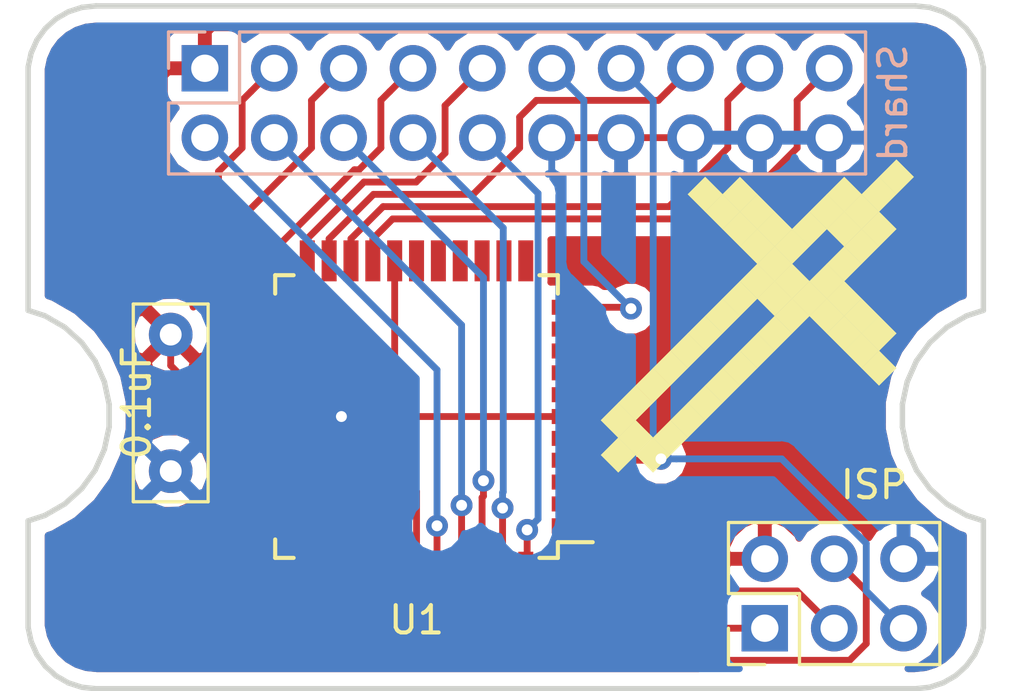
<source format=kicad_pcb>
(kicad_pcb (version 20171130) (host pcbnew "(5.0.1-3-g963ef8bb5)")

  (general
    (thickness 1.6)
    (drawings 61)
    (tracks 132)
    (zones 0)
    (modules 5)
    (nets 39)
  )

  (page A4)
  (layers
    (0 F.Cu signal)
    (31 B.Cu signal)
    (32 B.Adhes user)
    (33 F.Adhes user)
    (34 B.Paste user)
    (35 F.Paste user)
    (36 B.SilkS user)
    (37 F.SilkS user)
    (38 B.Mask user)
    (39 F.Mask user)
    (40 Dwgs.User user)
    (41 Cmts.User user)
    (42 Eco1.User user)
    (43 Eco2.User user)
    (44 Edge.Cuts user)
    (45 Margin user)
    (46 B.CrtYd user)
    (47 F.CrtYd user)
    (48 B.Fab user)
    (49 F.Fab user)
  )

  (setup
    (last_trace_width 0.25)
    (trace_clearance 0.2)
    (zone_clearance 0.508)
    (zone_45_only no)
    (trace_min 0.2)
    (segment_width 0.2)
    (edge_width 0.15)
    (via_size 0.8)
    (via_drill 0.4)
    (via_min_size 0.4)
    (via_min_drill 0.3)
    (uvia_size 0.3)
    (uvia_drill 0.1)
    (uvias_allowed no)
    (uvia_min_size 0.2)
    (uvia_min_drill 0.1)
    (pcb_text_width 0.3)
    (pcb_text_size 1.5 1.5)
    (mod_edge_width 0.15)
    (mod_text_size 1 1)
    (mod_text_width 0.15)
    (pad_size 1.524 1.524)
    (pad_drill 0.762)
    (pad_to_mask_clearance 0.051)
    (solder_mask_min_width 0.25)
    (aux_axis_origin 0 0)
    (visible_elements FFFFF77F)
    (pcbplotparams
      (layerselection 0x010fc_ffffffff)
      (usegerberextensions false)
      (usegerberattributes false)
      (usegerberadvancedattributes false)
      (creategerberjobfile false)
      (excludeedgelayer true)
      (linewidth 0.100000)
      (plotframeref false)
      (viasonmask false)
      (mode 1)
      (useauxorigin false)
      (hpglpennumber 1)
      (hpglpenspeed 20)
      (hpglpendiameter 15.000000)
      (psnegative false)
      (psa4output false)
      (plotreference true)
      (plotvalue true)
      (plotinvisibletext false)
      (padsonsilk false)
      (subtractmaskfromsilk false)
      (outputformat 1)
      (mirror false)
      (drillshape 1)
      (scaleselection 1)
      (outputdirectory ""))
  )

  (net 0 "")
  (net 1 +3V3)
  (net 2 D_CS)
  (net 3 UP)
  (net 4 D_DC)
  (net 5 DOWN)
  (net 6 D_RST)
  (net 7 LEFT)
  (net 8 D_MOSI)
  (net 9 RIGHT)
  (net 10 D_SCK)
  (net 11 SND)
  (net 12 RESET)
  (net 13 BTN_C)
  (net 14 BTN_B)
  (net 15 BTN_A)
  (net 16 MISO)
  (net 17 SCK)
  (net 18 MOSI)
  (net 19 "Net-(U1-Pad7)")
  (net 20 "Net-(U1-Pad8)")
  (net 21 "Net-(U1-Pad9)")
  (net 22 "Net-(U1-Pad10)")
  (net 23 "Net-(U1-Pad12)")
  (net 24 "Net-(U1-Pad13)")
  (net 25 "Net-(U1-Pad14)")
  (net 26 "Net-(U1-Pad15)")
  (net 27 "Net-(U1-Pad16)")
  (net 28 "Net-(U1-Pad26)")
  (net 29 "Net-(U1-Pad29)")
  (net 30 GND)
  (net 31 "Net-(U1-Pad30)")
  (net 32 "Net-(U1-Pad31)")
  (net 33 "Net-(U1-Pad32)")
  (net 34 "Net-(U1-Pad33)")
  (net 35 "Net-(U1-Pad34)")
  (net 36 "Net-(U1-Pad35)")
  (net 37 "Net-(U1-Pad36)")
  (net 38 "Net-(U1-Pad37)")

  (net_class Default "This is the default net class."
    (clearance 0.2)
    (trace_width 0.25)
    (via_dia 0.8)
    (via_drill 0.4)
    (uvia_dia 0.3)
    (uvia_drill 0.1)
    (add_net +3V3)
    (add_net BTN_A)
    (add_net BTN_B)
    (add_net BTN_C)
    (add_net DOWN)
    (add_net D_CS)
    (add_net D_DC)
    (add_net D_MOSI)
    (add_net D_RST)
    (add_net D_SCK)
    (add_net GND)
    (add_net LEFT)
    (add_net MISO)
    (add_net MOSI)
    (add_net "Net-(U1-Pad10)")
    (add_net "Net-(U1-Pad12)")
    (add_net "Net-(U1-Pad13)")
    (add_net "Net-(U1-Pad14)")
    (add_net "Net-(U1-Pad15)")
    (add_net "Net-(U1-Pad16)")
    (add_net "Net-(U1-Pad26)")
    (add_net "Net-(U1-Pad29)")
    (add_net "Net-(U1-Pad30)")
    (add_net "Net-(U1-Pad31)")
    (add_net "Net-(U1-Pad32)")
    (add_net "Net-(U1-Pad33)")
    (add_net "Net-(U1-Pad34)")
    (add_net "Net-(U1-Pad35)")
    (add_net "Net-(U1-Pad36)")
    (add_net "Net-(U1-Pad37)")
    (add_net "Net-(U1-Pad7)")
    (add_net "Net-(U1-Pad8)")
    (add_net "Net-(U1-Pad9)")
    (add_net RESET)
    (add_net RIGHT)
    (add_net SCK)
    (add_net SND)
    (add_net UP)
  )

  (module SPIKE (layer F.Cu) (tedit 0) (tstamp 5BDD2966)
    (at 146.5 53.25 315)
    (fp_text reference SPIKE (at 0 5 315) (layer F.SilkS) hide
      (effects (font (size 1.524 1.524) (thickness 0.3)))
    )
    (fp_text value "" (at 0 0 315) (layer F.SilkS)
      (effects (font (size 1.27 1.27) (thickness 0.15)))
    )
    (fp_poly (pts (xy 6.3 15.3) (xy 7.2 15.3) (xy 7.2 16.2) (xy 6.3 16.2)
      (xy 6.3 15.3)) (layer F.SilkS) (width 0.01))
    (fp_poly (pts (xy 7.2 14.4) (xy 8.1 14.4) (xy 8.1 15.3) (xy 7.2 15.3)
      (xy 7.2 14.4)) (layer F.SilkS) (width 0.01))
    (fp_poly (pts (xy 6.3 14.4) (xy 7.2 14.4) (xy 7.2 15.3) (xy 6.3 15.3)
      (xy 6.3 14.4)) (layer F.SilkS) (width 0.01))
    (fp_poly (pts (xy 5.4 14.4) (xy 6.3 14.4) (xy 6.3 15.3) (xy 5.4 15.3)
      (xy 5.4 14.4)) (layer F.SilkS) (width 0.01))
    (fp_poly (pts (xy 7.2 13.5) (xy 8.1 13.5) (xy 8.1 14.4) (xy 7.2 14.4)
      (xy 7.2 13.5)) (layer F.SilkS) (width 0.01))
    (fp_poly (pts (xy 5.4 13.5) (xy 6.3 13.5) (xy 6.3 14.4) (xy 5.4 14.4)
      (xy 5.4 13.5)) (layer F.SilkS) (width 0.01))
    (fp_poly (pts (xy 7.2 12.6) (xy 8.1 12.6) (xy 8.1 13.5) (xy 7.2 13.5)
      (xy 7.2 12.6)) (layer F.SilkS) (width 0.01))
    (fp_poly (pts (xy 5.4 12.6) (xy 6.3 12.6) (xy 6.3 13.5) (xy 5.4 13.5)
      (xy 5.4 12.6)) (layer F.SilkS) (width 0.01))
    (fp_poly (pts (xy 7.2 11.7) (xy 8.1 11.7) (xy 8.1 12.6) (xy 7.2 12.6)
      (xy 7.2 11.7)) (layer F.SilkS) (width 0.01))
    (fp_poly (pts (xy 5.4 11.7) (xy 6.3 11.7) (xy 6.3 12.6) (xy 5.4 12.6)
      (xy 5.4 11.7)) (layer F.SilkS) (width 0.01))
    (fp_poly (pts (xy 7.2 10.8) (xy 8.1 10.8) (xy 8.1 11.7) (xy 7.2 11.7)
      (xy 7.2 10.8)) (layer F.SilkS) (width 0.01))
    (fp_poly (pts (xy 5.4 10.8) (xy 6.3 10.8) (xy 6.3 11.7) (xy 5.4 11.7)
      (xy 5.4 10.8)) (layer F.SilkS) (width 0.01))
    (fp_poly (pts (xy 7.2 9.9) (xy 8.1 9.9) (xy 8.1 10.8) (xy 7.2 10.8)
      (xy 7.2 9.9)) (layer F.SilkS) (width 0.01))
    (fp_poly (pts (xy 5.4 9.9) (xy 6.3 9.9) (xy 6.3 10.8) (xy 5.4 10.8)
      (xy 5.4 9.9)) (layer F.SilkS) (width 0.01))
    (fp_poly (pts (xy 7.2 9) (xy 8.1 9) (xy 8.1 9.9) (xy 7.2 9.9)
      (xy 7.2 9)) (layer F.SilkS) (width 0.01))
    (fp_poly (pts (xy 5.4 9) (xy 6.3 9) (xy 6.3 9.9) (xy 5.4 9.9)
      (xy 5.4 9)) (layer F.SilkS) (width 0.01))
    (fp_poly (pts (xy 7.2 8.1) (xy 8.1 8.1) (xy 8.1 9) (xy 7.2 9)
      (xy 7.2 8.1)) (layer F.SilkS) (width 0.01))
    (fp_poly (pts (xy 5.4 8.1) (xy 6.3 8.1) (xy 6.3 9) (xy 5.4 9)
      (xy 5.4 8.1)) (layer F.SilkS) (width 0.01))
    (fp_poly (pts (xy 7.2 7.2) (xy 8.1 7.2) (xy 8.1 8.1) (xy 7.2 8.1)
      (xy 7.2 7.2)) (layer F.SilkS) (width 0.01))
    (fp_poly (pts (xy 6.3 7.2) (xy 7.2 7.2) (xy 7.2 8.1) (xy 6.3 8.1)
      (xy 6.3 7.2)) (layer F.SilkS) (width 0.01))
    (fp_poly (pts (xy 5.4 7.2) (xy 6.3 7.2) (xy 6.3 8.1) (xy 5.4 8.1)
      (xy 5.4 7.2)) (layer F.SilkS) (width 0.01))
    (fp_poly (pts (xy 10.8 6.3) (xy 11.7 6.3) (xy 11.7 7.2) (xy 10.8 7.2)
      (xy 10.8 6.3)) (layer F.SilkS) (width 0.01))
    (fp_poly (pts (xy 9.9 6.3) (xy 10.8 6.3) (xy 10.8 7.2) (xy 9.9 7.2)
      (xy 9.9 6.3)) (layer F.SilkS) (width 0.01))
    (fp_poly (pts (xy 9 6.3) (xy 9.9 6.3) (xy 9.9 7.2) (xy 9 7.2)
      (xy 9 6.3)) (layer F.SilkS) (width 0.01))
    (fp_poly (pts (xy 8.1 6.3) (xy 9 6.3) (xy 9 7.2) (xy 8.1 7.2)
      (xy 8.1 6.3)) (layer F.SilkS) (width 0.01))
    (fp_poly (pts (xy 7.2 6.3) (xy 8.1 6.3) (xy 8.1 7.2) (xy 7.2 7.2)
      (xy 7.2 6.3)) (layer F.SilkS) (width 0.01))
    (fp_poly (pts (xy 6.3 6.3) (xy 7.2 6.3) (xy 7.2 7.2) (xy 6.3 7.2)
      (xy 6.3 6.3)) (layer F.SilkS) (width 0.01))
    (fp_poly (pts (xy 5.4 6.3) (xy 6.3 6.3) (xy 6.3 7.2) (xy 5.4 7.2)
      (xy 5.4 6.3)) (layer F.SilkS) (width 0.01))
    (fp_poly (pts (xy 4.5 6.3) (xy 5.4 6.3) (xy 5.4 7.2) (xy 4.5 7.2)
      (xy 4.5 6.3)) (layer F.SilkS) (width 0.01))
    (fp_poly (pts (xy 3.6 6.3) (xy 4.5 6.3) (xy 4.5 7.2) (xy 3.6 7.2)
      (xy 3.6 6.3)) (layer F.SilkS) (width 0.01))
    (fp_poly (pts (xy 2.7 6.3) (xy 3.6 6.3) (xy 3.6 7.2) (xy 2.7 7.2)
      (xy 2.7 6.3)) (layer F.SilkS) (width 0.01))
    (fp_poly (pts (xy 1.8 6.3) (xy 2.7 6.3) (xy 2.7 7.2) (xy 1.8 7.2)
      (xy 1.8 6.3)) (layer F.SilkS) (width 0.01))
    (fp_poly (pts (xy 9.9 5.4) (xy 10.8 5.4) (xy 10.8 6.3) (xy 9.9 6.3)
      (xy 9.9 5.4)) (layer F.SilkS) (width 0.01))
    (fp_poly (pts (xy 9 5.4) (xy 9.9 5.4) (xy 9.9 6.3) (xy 9 6.3)
      (xy 9 5.4)) (layer F.SilkS) (width 0.01))
    (fp_poly (pts (xy 8.1 5.4) (xy 9 5.4) (xy 9 6.3) (xy 8.1 6.3)
      (xy 8.1 5.4)) (layer F.SilkS) (width 0.01))
    (fp_poly (pts (xy 7.2 5.4) (xy 8.1 5.4) (xy 8.1 6.3) (xy 7.2 6.3)
      (xy 7.2 5.4)) (layer F.SilkS) (width 0.01))
    (fp_poly (pts (xy 5.4 5.4) (xy 6.3 5.4) (xy 6.3 6.3) (xy 5.4 6.3)
      (xy 5.4 5.4)) (layer F.SilkS) (width 0.01))
    (fp_poly (pts (xy 4.5 5.4) (xy 5.4 5.4) (xy 5.4 6.3) (xy 4.5 6.3)
      (xy 4.5 5.4)) (layer F.SilkS) (width 0.01))
    (fp_poly (pts (xy 3.6 5.4) (xy 4.5 5.4) (xy 4.5 6.3) (xy 3.6 6.3)
      (xy 3.6 5.4)) (layer F.SilkS) (width 0.01))
    (fp_poly (pts (xy 2.7 5.4) (xy 3.6 5.4) (xy 3.6 6.3) (xy 2.7 6.3)
      (xy 2.7 5.4)) (layer F.SilkS) (width 0.01))
    (fp_poly (pts (xy 7.2 4.5) (xy 8.1 4.5) (xy 8.1 5.4) (xy 7.2 5.4)
      (xy 7.2 4.5)) (layer F.SilkS) (width 0.01))
    (fp_poly (pts (xy 5.4 4.5) (xy 6.3 4.5) (xy 6.3 5.4) (xy 5.4 5.4)
      (xy 5.4 4.5)) (layer F.SilkS) (width 0.01))
    (fp_poly (pts (xy 7.2 3.6) (xy 8.1 3.6) (xy 8.1 4.5) (xy 7.2 4.5)
      (xy 7.2 3.6)) (layer F.SilkS) (width 0.01))
    (fp_poly (pts (xy 6.3 3.6) (xy 7.2 3.6) (xy 7.2 4.5) (xy 6.3 4.5)
      (xy 6.3 3.6)) (layer F.SilkS) (width 0.01))
    (fp_poly (pts (xy 5.4 3.6) (xy 6.3 3.6) (xy 6.3 4.5) (xy 5.4 4.5)
      (xy 5.4 3.6)) (layer F.SilkS) (width 0.01))
    (fp_poly (pts (xy 7.2 2.7) (xy 8.1 2.7) (xy 8.1 3.6) (xy 7.2 3.6)
      (xy 7.2 2.7)) (layer F.SilkS) (width 0.01))
    (fp_poly (pts (xy 6.3 2.7) (xy 7.2 2.7) (xy 7.2 3.6) (xy 6.3 3.6)
      (xy 6.3 2.7)) (layer F.SilkS) (width 0.01))
    (fp_poly (pts (xy 5.4 2.7) (xy 6.3 2.7) (xy 6.3 3.6) (xy 5.4 3.6)
      (xy 5.4 2.7)) (layer F.SilkS) (width 0.01))
    (fp_poly (pts (xy 6.3 1.8) (xy 7.2 1.8) (xy 7.2 2.7) (xy 6.3 2.7)
      (xy 6.3 1.8)) (layer F.SilkS) (width 0.01))
    (fp_poly (pts (xy 6.3 0.9) (xy 7.2 0.9) (xy 7.2 1.8) (xy 6.3 1.8)
      (xy 6.3 0.9)) (layer F.SilkS) (width 0.01))
  )

  (module Capacitor_THT:C_Rect_L7.0mm_W2.5mm_P5.00mm (layer F.Cu) (tedit 5BD616BE) (tstamp 5BDD1DDC)
    (at 123.75 64.75 270)
    (descr "C, Rect series, Radial, pin pitch=5.00mm, , length*width=7*2.5mm^2, Capacitor")
    (tags "C Rect series Radial pin pitch 5.00mm  length 7mm width 2.5mm Capacitor")
    (path /5BE6947B)
    (fp_text reference C0 (at 2.5 0 270) (layer F.Fab)
      (effects (font (size 1 1) (thickness 0.15)))
    )
    (fp_text value 0.1uF (at 2.5 1.25 270) (layer F.SilkS)
      (effects (font (size 1 1) (thickness 0.15)))
    )
    (fp_line (start -1 -1.25) (end -1 1.25) (layer F.Fab) (width 0.1))
    (fp_line (start -1 1.25) (end 6 1.25) (layer F.Fab) (width 0.1))
    (fp_line (start 6 1.25) (end 6 -1.25) (layer F.Fab) (width 0.1))
    (fp_line (start 6 -1.25) (end -1 -1.25) (layer F.Fab) (width 0.1))
    (fp_line (start -1.12 -1.37) (end 6.12 -1.37) (layer F.SilkS) (width 0.12))
    (fp_line (start -1.12 1.37) (end 6.12 1.37) (layer F.SilkS) (width 0.12))
    (fp_line (start -1.12 -1.37) (end -1.12 1.37) (layer F.SilkS) (width 0.12))
    (fp_line (start 6.12 -1.37) (end 6.12 1.37) (layer F.SilkS) (width 0.12))
    (fp_line (start -1.25 -1.5) (end -1.25 1.5) (layer F.CrtYd) (width 0.05))
    (fp_line (start -1.25 1.5) (end 6.25 1.5) (layer F.CrtYd) (width 0.05))
    (fp_line (start 6.25 1.5) (end 6.25 -1.5) (layer F.CrtYd) (width 0.05))
    (fp_line (start 6.25 -1.5) (end -1.25 -1.5) (layer F.CrtYd) (width 0.05))
    (fp_text user %R (at 2.5 0 270) (layer F.Fab)
      (effects (font (size 1 1) (thickness 0.15)))
    )
    (pad 1 thru_hole circle (at 0 0 270) (size 1.6 1.6) (drill 0.8) (layers *.Cu *.Mask)
      (net 1 +3V3))
    (pad 2 thru_hole circle (at 5 0 270) (size 1.6 1.6) (drill 0.8) (layers *.Cu *.Mask)
      (net 30 GND))
    (model ${KISYS3DMOD}/Capacitor_THT.3dshapes/C_Rect_L7.0mm_W2.5mm_P5.00mm.wrl
      (at (xyz 0 0 0))
      (scale (xyz 1 1 1))
      (rotate (xyz 0 0 0))
    )
  )

  (module Connector_PinHeader_2.54mm:PinHeader_2x10_P2.54mm_Vertical (layer B.Cu) (tedit 5BD60583) (tstamp 5BDBA197)
    (at 125 55 270)
    (descr "Through hole straight pin header, 2x10, 2.54mm pitch, double rows")
    (tags "Through hole pin header THT 2x10 2.54mm double row")
    (path /5BE693B2)
    (fp_text reference J0 (at 1.27 2.33 270) (layer B.Fab)
      (effects (font (size 1 1) (thickness 0.15)) (justify mirror))
    )
    (fp_text value Shard (at 1.27 -25.19 270) (layer B.SilkS)
      (effects (font (size 1 1) (thickness 0.15)) (justify mirror))
    )
    (fp_line (start 0 1.27) (end 3.81 1.27) (layer B.Fab) (width 0.1))
    (fp_line (start 3.81 1.27) (end 3.81 -24.13) (layer B.Fab) (width 0.1))
    (fp_line (start 3.81 -24.13) (end -1.27 -24.13) (layer B.Fab) (width 0.1))
    (fp_line (start -1.27 -24.13) (end -1.27 0) (layer B.Fab) (width 0.1))
    (fp_line (start -1.27 0) (end 0 1.27) (layer B.Fab) (width 0.1))
    (fp_line (start -1.33 -24.19) (end 3.87 -24.19) (layer B.SilkS) (width 0.12))
    (fp_line (start -1.33 -1.27) (end -1.33 -24.19) (layer B.SilkS) (width 0.12))
    (fp_line (start 3.87 1.33) (end 3.87 -24.19) (layer B.SilkS) (width 0.12))
    (fp_line (start -1.33 -1.27) (end 1.27 -1.27) (layer B.SilkS) (width 0.12))
    (fp_line (start 1.27 -1.27) (end 1.27 1.33) (layer B.SilkS) (width 0.12))
    (fp_line (start 1.27 1.33) (end 3.87 1.33) (layer B.SilkS) (width 0.12))
    (fp_line (start -1.33 0) (end -1.33 1.33) (layer B.SilkS) (width 0.12))
    (fp_line (start -1.33 1.33) (end 0 1.33) (layer B.SilkS) (width 0.12))
    (fp_line (start -1.8 1.8) (end -1.8 -24.65) (layer B.CrtYd) (width 0.05))
    (fp_line (start -1.8 -24.65) (end 4.35 -24.65) (layer B.CrtYd) (width 0.05))
    (fp_line (start 4.35 -24.65) (end 4.35 1.8) (layer B.CrtYd) (width 0.05))
    (fp_line (start 4.35 1.8) (end -1.8 1.8) (layer B.CrtYd) (width 0.05))
    (fp_text user %R (at 1.27 -11.43 180) (layer B.Fab)
      (effects (font (size 1 1) (thickness 0.15)) (justify mirror))
    )
    (pad 1 thru_hole rect (at 0 0 270) (size 1.7 1.7) (drill 1) (layers *.Cu *.Mask)
      (net 1 +3V3))
    (pad 2 thru_hole oval (at 2.54 0 270) (size 1.7 1.7) (drill 1) (layers *.Cu *.Mask)
      (net 2 D_CS))
    (pad 3 thru_hole oval (at 0 -2.54 270) (size 1.7 1.7) (drill 1) (layers *.Cu *.Mask)
      (net 3 UP))
    (pad 4 thru_hole oval (at 2.54 -2.54 270) (size 1.7 1.7) (drill 1) (layers *.Cu *.Mask)
      (net 4 D_DC))
    (pad 5 thru_hole oval (at 0 -5.08 270) (size 1.7 1.7) (drill 1) (layers *.Cu *.Mask)
      (net 5 DOWN))
    (pad 6 thru_hole oval (at 2.54 -5.08 270) (size 1.7 1.7) (drill 1) (layers *.Cu *.Mask)
      (net 6 D_RST))
    (pad 7 thru_hole oval (at 0 -7.62 270) (size 1.7 1.7) (drill 1) (layers *.Cu *.Mask)
      (net 7 LEFT))
    (pad 8 thru_hole oval (at 2.54 -7.62 270) (size 1.7 1.7) (drill 1) (layers *.Cu *.Mask)
      (net 8 D_MOSI))
    (pad 9 thru_hole oval (at 0 -10.16 270) (size 1.7 1.7) (drill 1) (layers *.Cu *.Mask)
      (net 9 RIGHT))
    (pad 10 thru_hole oval (at 2.54 -10.16 270) (size 1.7 1.7) (drill 1) (layers *.Cu *.Mask)
      (net 10 D_SCK))
    (pad 11 thru_hole oval (at 0 -12.7 270) (size 1.7 1.7) (drill 1) (layers *.Cu *.Mask)
      (net 11 SND))
    (pad 12 thru_hole oval (at 2.54 -12.7 270) (size 1.7 1.7) (drill 1) (layers *.Cu *.Mask)
      (net 30 GND))
    (pad 13 thru_hole oval (at 0 -15.24 270) (size 1.7 1.7) (drill 1) (layers *.Cu *.Mask)
      (net 12 RESET))
    (pad 14 thru_hole oval (at 2.54 -15.24 270) (size 1.7 1.7) (drill 1) (layers *.Cu *.Mask)
      (net 30 GND))
    (pad 15 thru_hole oval (at 0 -17.78 270) (size 1.7 1.7) (drill 1) (layers *.Cu *.Mask)
      (net 13 BTN_C))
    (pad 16 thru_hole oval (at 2.54 -17.78 270) (size 1.7 1.7) (drill 1) (layers *.Cu *.Mask)
      (net 30 GND))
    (pad 17 thru_hole oval (at 0 -20.32 270) (size 1.7 1.7) (drill 1) (layers *.Cu *.Mask)
      (net 14 BTN_B))
    (pad 18 thru_hole oval (at 2.54 -20.32 270) (size 1.7 1.7) (drill 1) (layers *.Cu *.Mask)
      (net 30 GND))
    (pad 19 thru_hole oval (at 0 -22.86 270) (size 1.7 1.7) (drill 1) (layers *.Cu *.Mask)
      (net 15 BTN_A))
    (pad 20 thru_hole oval (at 2.54 -22.86 270) (size 1.7 1.7) (drill 1) (layers *.Cu *.Mask)
      (net 30 GND))
    (model ${KISYS3DMOD}/Connector_PinHeader_2.54mm.3dshapes/PinHeader_2x10_P2.54mm_Vertical.wrl
      (at (xyz 0 0 0))
      (scale (xyz 1 1 1))
      (rotate (xyz 0 0 0))
    )
  )

  (module Connector_PinHeader_2.54mm:PinHeader_2x03_P2.54mm_Vertical (layer F.Cu) (tedit 5BD60FC3) (tstamp 5BDBB5CF)
    (at 145.5 75.5 90)
    (descr "Through hole straight pin header, 2x03, 2.54mm pitch, double rows")
    (tags "Through hole pin header THT 2x03 2.54mm double row")
    (path /5BE8415C)
    (fp_text reference J1 (at -1.25 7.75 180) (layer F.Fab)
      (effects (font (size 1 1) (thickness 0.15)))
    )
    (fp_text value ISP (at 5.25 4 180) (layer F.SilkS)
      (effects (font (size 1 1) (thickness 0.15)))
    )
    (fp_line (start 0 -1.27) (end 3.81 -1.27) (layer F.Fab) (width 0.1))
    (fp_line (start 3.81 -1.27) (end 3.81 6.35) (layer F.Fab) (width 0.1))
    (fp_line (start 3.81 6.35) (end -1.27 6.35) (layer F.Fab) (width 0.1))
    (fp_line (start -1.27 6.35) (end -1.27 0) (layer F.Fab) (width 0.1))
    (fp_line (start -1.27 0) (end 0 -1.27) (layer F.Fab) (width 0.1))
    (fp_line (start -1.33 6.41) (end 3.87 6.41) (layer F.SilkS) (width 0.12))
    (fp_line (start -1.33 1.27) (end -1.33 6.41) (layer F.SilkS) (width 0.12))
    (fp_line (start 3.87 -1.33) (end 3.87 6.41) (layer F.SilkS) (width 0.12))
    (fp_line (start -1.33 1.27) (end 1.27 1.27) (layer F.SilkS) (width 0.12))
    (fp_line (start 1.27 1.27) (end 1.27 -1.33) (layer F.SilkS) (width 0.12))
    (fp_line (start 1.27 -1.33) (end 3.87 -1.33) (layer F.SilkS) (width 0.12))
    (fp_line (start -1.33 0) (end -1.33 -1.33) (layer F.SilkS) (width 0.12))
    (fp_line (start -1.33 -1.33) (end 0 -1.33) (layer F.SilkS) (width 0.12))
    (fp_line (start -1.8 -1.8) (end -1.8 6.85) (layer F.CrtYd) (width 0.05))
    (fp_line (start -1.8 6.85) (end 4.35 6.85) (layer F.CrtYd) (width 0.05))
    (fp_line (start 4.35 6.85) (end 4.35 -1.8) (layer F.CrtYd) (width 0.05))
    (fp_line (start 4.35 -1.8) (end -1.8 -1.8) (layer F.CrtYd) (width 0.05))
    (fp_text user %R (at 1.27 2.54 180) (layer F.Fab)
      (effects (font (size 1 1) (thickness 0.15)))
    )
    (pad 1 thru_hole rect (at 0 0 90) (size 1.7 1.7) (drill 1) (layers *.Cu *.Mask)
      (net 16 MISO))
    (pad 2 thru_hole oval (at 2.54 0 90) (size 1.7 1.7) (drill 1) (layers *.Cu *.Mask)
      (net 1 +3V3))
    (pad 3 thru_hole oval (at 0 2.54 90) (size 1.7 1.7) (drill 1) (layers *.Cu *.Mask)
      (net 17 SCK))
    (pad 4 thru_hole oval (at 2.54 2.54 90) (size 1.7 1.7) (drill 1) (layers *.Cu *.Mask)
      (net 18 MOSI))
    (pad 5 thru_hole oval (at 0 5.08 90) (size 1.7 1.7) (drill 1) (layers *.Cu *.Mask)
      (net 12 RESET))
    (pad 6 thru_hole oval (at 2.54 5.08 90) (size 1.7 1.7) (drill 1) (layers *.Cu *.Mask)
      (net 30 GND))
    (model ${KISYS3DMOD}/Connector_PinHeader_2.54mm.3dshapes/PinHeader_2x03_P2.54mm_Vertical.wrl
      (at (xyz 0 0 0))
      (scale (xyz 1 1 1))
      (rotate (xyz 0 0 0))
    )
  )

  (module Package_QFP:TQFP-44_10x10mm_P0.8mm (layer F.Cu) (tedit 5A02F146) (tstamp 5BDD1B5C)
    (at 132.75 67.75 180)
    (descr "44-Lead Plastic Thin Quad Flatpack (PT) - 10x10x1.0 mm Body [TQFP] (see Microchip Packaging Specification 00000049BS.pdf)")
    (tags "QFP 0.8")
    (path /5BE827B1)
    (attr smd)
    (fp_text reference U1 (at 0 -7.45 180) (layer F.SilkS)
      (effects (font (size 1 1) (thickness 0.15)))
    )
    (fp_text value ATmega1284P-MU (at 0 7.45 180) (layer F.Fab)
      (effects (font (size 1 1) (thickness 0.15)))
    )
    (fp_text user %R (at 0 0 180) (layer F.Fab)
      (effects (font (size 1 1) (thickness 0.15)))
    )
    (fp_line (start -4 -5) (end 5 -5) (layer F.Fab) (width 0.15))
    (fp_line (start 5 -5) (end 5 5) (layer F.Fab) (width 0.15))
    (fp_line (start 5 5) (end -5 5) (layer F.Fab) (width 0.15))
    (fp_line (start -5 5) (end -5 -4) (layer F.Fab) (width 0.15))
    (fp_line (start -5 -4) (end -4 -5) (layer F.Fab) (width 0.15))
    (fp_line (start -6.7 -6.7) (end -6.7 6.7) (layer F.CrtYd) (width 0.05))
    (fp_line (start 6.7 -6.7) (end 6.7 6.7) (layer F.CrtYd) (width 0.05))
    (fp_line (start -6.7 -6.7) (end 6.7 -6.7) (layer F.CrtYd) (width 0.05))
    (fp_line (start -6.7 6.7) (end 6.7 6.7) (layer F.CrtYd) (width 0.05))
    (fp_line (start -5.175 -5.175) (end -5.175 -4.6) (layer F.SilkS) (width 0.15))
    (fp_line (start 5.175 -5.175) (end 5.175 -4.5) (layer F.SilkS) (width 0.15))
    (fp_line (start 5.175 5.175) (end 5.175 4.5) (layer F.SilkS) (width 0.15))
    (fp_line (start -5.175 5.175) (end -5.175 4.5) (layer F.SilkS) (width 0.15))
    (fp_line (start -5.175 -5.175) (end -4.5 -5.175) (layer F.SilkS) (width 0.15))
    (fp_line (start -5.175 5.175) (end -4.5 5.175) (layer F.SilkS) (width 0.15))
    (fp_line (start 5.175 5.175) (end 4.5 5.175) (layer F.SilkS) (width 0.15))
    (fp_line (start 5.175 -5.175) (end 4.5 -5.175) (layer F.SilkS) (width 0.15))
    (fp_line (start -5.175 -4.6) (end -6.45 -4.6) (layer F.SilkS) (width 0.15))
    (pad 1 smd rect (at -5.7 -4 180) (size 1.5 0.55) (layers F.Cu F.Paste F.Mask)
      (net 18 MOSI))
    (pad 2 smd rect (at -5.7 -3.2 180) (size 1.5 0.55) (layers F.Cu F.Paste F.Mask)
      (net 16 MISO))
    (pad 3 smd rect (at -5.7 -2.4 180) (size 1.5 0.55) (layers F.Cu F.Paste F.Mask)
      (net 17 SCK))
    (pad 4 smd rect (at -5.7 -1.6 180) (size 1.5 0.55) (layers F.Cu F.Paste F.Mask)
      (net 12 RESET))
    (pad 5 smd rect (at -5.7 -0.8 180) (size 1.5 0.55) (layers F.Cu F.Paste F.Mask)
      (net 1 +3V3))
    (pad 6 smd rect (at -5.7 0 180) (size 1.5 0.55) (layers F.Cu F.Paste F.Mask)
      (net 30 GND))
    (pad 7 smd rect (at -5.7 0.8 180) (size 1.5 0.55) (layers F.Cu F.Paste F.Mask)
      (net 19 "Net-(U1-Pad7)"))
    (pad 8 smd rect (at -5.7 1.6 180) (size 1.5 0.55) (layers F.Cu F.Paste F.Mask)
      (net 20 "Net-(U1-Pad8)"))
    (pad 9 smd rect (at -5.7 2.4 180) (size 1.5 0.55) (layers F.Cu F.Paste F.Mask)
      (net 21 "Net-(U1-Pad9)"))
    (pad 10 smd rect (at -5.7 3.2 180) (size 1.5 0.55) (layers F.Cu F.Paste F.Mask)
      (net 22 "Net-(U1-Pad10)"))
    (pad 11 smd rect (at -5.7 4 180) (size 1.5 0.55) (layers F.Cu F.Paste F.Mask)
      (net 11 SND))
    (pad 12 smd rect (at -4 5.7 270) (size 1.5 0.55) (layers F.Cu F.Paste F.Mask)
      (net 23 "Net-(U1-Pad12)"))
    (pad 13 smd rect (at -3.2 5.7 270) (size 1.5 0.55) (layers F.Cu F.Paste F.Mask)
      (net 24 "Net-(U1-Pad13)"))
    (pad 14 smd rect (at -2.4 5.7 270) (size 1.5 0.55) (layers F.Cu F.Paste F.Mask)
      (net 25 "Net-(U1-Pad14)"))
    (pad 15 smd rect (at -1.6 5.7 270) (size 1.5 0.55) (layers F.Cu F.Paste F.Mask)
      (net 26 "Net-(U1-Pad15)"))
    (pad 16 smd rect (at -0.8 5.7 270) (size 1.5 0.55) (layers F.Cu F.Paste F.Mask)
      (net 27 "Net-(U1-Pad16)"))
    (pad 17 smd rect (at 0 5.7 270) (size 1.5 0.55) (layers F.Cu F.Paste F.Mask)
      (net 1 +3V3))
    (pad 18 smd rect (at 0.8 5.7 270) (size 1.5 0.55) (layers F.Cu F.Paste F.Mask)
      (net 30 GND))
    (pad 19 smd rect (at 1.6 5.7 270) (size 1.5 0.55) (layers F.Cu F.Paste F.Mask)
      (net 15 BTN_A))
    (pad 20 smd rect (at 2.4 5.7 270) (size 1.5 0.55) (layers F.Cu F.Paste F.Mask)
      (net 14 BTN_B))
    (pad 21 smd rect (at 3.2 5.7 270) (size 1.5 0.55) (layers F.Cu F.Paste F.Mask)
      (net 13 BTN_C))
    (pad 22 smd rect (at 4 5.7 270) (size 1.5 0.55) (layers F.Cu F.Paste F.Mask)
      (net 9 RIGHT))
    (pad 23 smd rect (at 5.7 4 180) (size 1.5 0.55) (layers F.Cu F.Paste F.Mask)
      (net 7 LEFT))
    (pad 24 smd rect (at 5.7 3.2 180) (size 1.5 0.55) (layers F.Cu F.Paste F.Mask)
      (net 5 DOWN))
    (pad 25 smd rect (at 5.7 2.4 180) (size 1.5 0.55) (layers F.Cu F.Paste F.Mask)
      (net 3 UP))
    (pad 26 smd rect (at 5.7 1.6 180) (size 1.5 0.55) (layers F.Cu F.Paste F.Mask)
      (net 28 "Net-(U1-Pad26)"))
    (pad 27 smd rect (at 5.7 0.8 180) (size 1.5 0.55) (layers F.Cu F.Paste F.Mask)
      (net 1 +3V3))
    (pad 28 smd rect (at 5.7 0 180) (size 1.5 0.55) (layers F.Cu F.Paste F.Mask)
      (net 30 GND))
    (pad 29 smd rect (at 5.7 -0.8 180) (size 1.5 0.55) (layers F.Cu F.Paste F.Mask)
      (net 29 "Net-(U1-Pad29)"))
    (pad 30 smd rect (at 5.7 -1.6 180) (size 1.5 0.55) (layers F.Cu F.Paste F.Mask)
      (net 31 "Net-(U1-Pad30)"))
    (pad 31 smd rect (at 5.7 -2.4 180) (size 1.5 0.55) (layers F.Cu F.Paste F.Mask)
      (net 32 "Net-(U1-Pad31)"))
    (pad 32 smd rect (at 5.7 -3.2 180) (size 1.5 0.55) (layers F.Cu F.Paste F.Mask)
      (net 33 "Net-(U1-Pad32)"))
    (pad 33 smd rect (at 5.7 -4 180) (size 1.5 0.55) (layers F.Cu F.Paste F.Mask)
      (net 34 "Net-(U1-Pad33)"))
    (pad 34 smd rect (at 4 -5.7 270) (size 1.5 0.55) (layers F.Cu F.Paste F.Mask)
      (net 35 "Net-(U1-Pad34)"))
    (pad 35 smd rect (at 3.2 -5.7 270) (size 1.5 0.55) (layers F.Cu F.Paste F.Mask)
      (net 36 "Net-(U1-Pad35)"))
    (pad 36 smd rect (at 2.4 -5.7 270) (size 1.5 0.55) (layers F.Cu F.Paste F.Mask)
      (net 37 "Net-(U1-Pad36)"))
    (pad 37 smd rect (at 1.6 -5.7 270) (size 1.5 0.55) (layers F.Cu F.Paste F.Mask)
      (net 38 "Net-(U1-Pad37)"))
    (pad 38 smd rect (at 0.8 -5.7 270) (size 1.5 0.55) (layers F.Cu F.Paste F.Mask)
      (net 1 +3V3))
    (pad 39 smd rect (at 0 -5.7 270) (size 1.5 0.55) (layers F.Cu F.Paste F.Mask)
      (net 30 GND))
    (pad 40 smd rect (at -0.8 -5.7 270) (size 1.5 0.55) (layers F.Cu F.Paste F.Mask)
      (net 2 D_CS))
    (pad 41 smd rect (at -1.6 -5.7 270) (size 1.5 0.55) (layers F.Cu F.Paste F.Mask)
      (net 4 D_DC))
    (pad 42 smd rect (at -2.4 -5.7 270) (size 1.5 0.55) (layers F.Cu F.Paste F.Mask)
      (net 6 D_RST))
    (pad 43 smd rect (at -3.2 -5.7 270) (size 1.5 0.55) (layers F.Cu F.Paste F.Mask)
      (net 8 D_MOSI))
    (pad 44 smd rect (at -4 -5.7 270) (size 1.5 0.55) (layers F.Cu F.Paste F.Mask)
      (net 10 D_SCK))
    (model ${KISYS3DMOD}/Package_QFP.3dshapes/TQFP-44_10x10mm_P0.8mm.wrl
      (at (xyz 0 0 0))
      (scale (xyz 1 1 1))
      (rotate (xyz 0 0 0))
    )
  )

  (gr_line (start 141.25 68) (end 145.25 64) (layer F.Mask) (width 1))
  (gr_line (start 119.15898 76.8889) (end 119.54738 77.2386) (layer Edge.Cuts) (width 0.2))
  (gr_line (start 150.53873 68.1342) (end 150.53873 67.298) (layer Edge.Cuts) (width 0.2))
  (gr_line (start 150.71263 68.9522) (end 150.53873 68.1342) (layer Edge.Cuts) (width 0.2))
  (gr_line (start 150.71263 66.48) (end 151.05273 65.7161) (layer Edge.Cuts) (width 0.2))
  (gr_line (start 150.53873 67.298) (end 150.71263 66.48) (layer Edge.Cuts) (width 0.2))
  (gr_line (start 151.54423 65.03957) (end 152.16563 64.48003) (layer Edge.Cuts) (width 0.2))
  (gr_line (start 151.05273 65.7161) (end 151.54423 65.03957) (layer Edge.Cuts) (width 0.2))
  (gr_line (start 118.63919 75.9886) (end 118.85178 76.4661) (layer Edge.Cuts) (width 0.2))
  (gr_line (start 152.87463 76.8889) (end 153.18193 76.4661) (layer Edge.Cuts) (width 0.2))
  (gr_line (start 152.48633 77.2386) (end 152.87463 76.8889) (layer Edge.Cuts) (width 0.2))
  (gr_line (start 119.54738 77.2386) (end 120 77.5) (layer Edge.Cuts) (width 0.2))
  (gr_line (start 153.18193 53.96612) (end 152.87463 53.54328) (layer Edge.Cuts) (width 0.2))
  (gr_line (start 153.39443 54.443563) (end 153.18193 53.96612) (layer Edge.Cuts) (width 0.2))
  (gr_line (start 153.50313 54.954793) (end 153.39443 54.443563) (layer Edge.Cuts) (width 0.2))
  (gr_line (start 118.53053 75.4774) (end 118.63919 75.9886) (layer Edge.Cuts) (width 0.2))
  (gr_line (start 118.53053 71.5695) (end 118.53053 75.4774) (layer Edge.Cuts) (width 0.2))
  (gr_line (start 119.14378 71.3703) (end 118.53053 71.5695) (layer Edge.Cuts) (width 0.2))
  (gr_line (start 119.86798 70.9522) (end 119.14378 71.3703) (layer Edge.Cuts) (width 0.2))
  (gr_line (start 120.48941 70.3926) (end 119.86798 70.9522) (layer Edge.Cuts) (width 0.2))
  (gr_line (start 120.980941 69.7161) (end 120.48941 70.3926) (layer Edge.Cuts) (width 0.2))
  (gr_line (start 121.321044 68.9522) (end 120.980941 69.7161) (layer Edge.Cuts) (width 0.2))
  (gr_line (start 121.494903 68.1342) (end 121.321044 68.9522) (layer Edge.Cuts) (width 0.2))
  (gr_line (start 121.494903 67.298) (end 121.494903 68.1342) (layer Edge.Cuts) (width 0.2))
  (gr_line (start 121.321044 66.48) (end 121.494903 67.298) (layer Edge.Cuts) (width 0.2))
  (gr_line (start 120.980941 65.7161) (end 121.321044 66.48) (layer Edge.Cuts) (width 0.2))
  (gr_line (start 120.48941 65.03957) (end 120.980941 65.7161) (layer Edge.Cuts) (width 0.2))
  (gr_line (start 119.86798 64.48003) (end 120.48941 65.03957) (layer Edge.Cuts) (width 0.2))
  (gr_line (start 119.14378 64.06191) (end 119.86798 64.48003) (layer Edge.Cuts) (width 0.2))
  (gr_line (start 118.53053 63.86266) (end 119.14378 64.06191) (layer Edge.Cuts) (width 0.2))
  (gr_line (start 118.53053 54.954793) (end 118.53053 63.86266) (layer Edge.Cuts) (width 0.2))
  (gr_line (start 118.63919 54.443563) (end 118.53053 54.954793) (layer Edge.Cuts) (width 0.2))
  (gr_line (start 118.85178 53.9661) (end 118.63919 54.443563) (layer Edge.Cuts) (width 0.2))
  (gr_line (start 119.15898 53.54328) (end 118.85178 53.9661) (layer Edge.Cuts) (width 0.2))
  (gr_line (start 119.54738 53.19356) (end 119.15898 53.54328) (layer Edge.Cuts) (width 0.2))
  (gr_line (start 120 52.93224) (end 119.54738 53.19356) (layer Edge.Cuts) (width 0.2))
  (gr_line (start 120.497055 52.77074) (end 120 52.93224) (layer Edge.Cuts) (width 0.2))
  (gr_line (start 121.01683 52.7161) (end 120.497055 52.77074) (layer Edge.Cuts) (width 0.2))
  (gr_line (start 153.50313 63.86266) (end 153.50313 54.954793) (layer Edge.Cuts) (width 0.2))
  (gr_line (start 152.88983 64.06191) (end 153.50313 63.86266) (layer Edge.Cuts) (width 0.2))
  (gr_line (start 152.16563 64.48003) (end 152.88983 64.06191) (layer Edge.Cuts) (width 0.2))
  (gr_line (start 153.50313 71.5695) (end 152.88983 71.3703) (layer Edge.Cuts) (width 0.2))
  (gr_line (start 153.50313 75.4774) (end 153.50313 71.5695) (layer Edge.Cuts) (width 0.2))
  (gr_line (start 152.16563 70.9522) (end 151.54423 70.3926) (layer Edge.Cuts) (width 0.2))
  (gr_line (start 152.88983 71.3703) (end 152.16563 70.9522) (layer Edge.Cuts) (width 0.2))
  (gr_line (start 152.03363 77.5) (end 152.48633 77.2386) (layer Edge.Cuts) (width 0.2))
  (gr_line (start 151.53663 77.6615) (end 152.03363 77.5) (layer Edge.Cuts) (width 0.2))
  (gr_line (start 151.01683 52.7161) (end 121.01683 52.7161) (layer Edge.Cuts) (width 0.2))
  (gr_line (start 151.53663 52.77074) (end 151.01683 52.7161) (layer Edge.Cuts) (width 0.2))
  (gr_line (start 152.03363 52.93224) (end 151.53663 52.77074) (layer Edge.Cuts) (width 0.2))
  (gr_line (start 152.48633 53.19356) (end 152.03363 52.93224) (layer Edge.Cuts) (width 0.2))
  (gr_line (start 152.87463 53.54328) (end 152.48633 53.19356) (layer Edge.Cuts) (width 0.2))
  (gr_line (start 151.05273 69.7161) (end 150.71263 68.9522) (layer Edge.Cuts) (width 0.2))
  (gr_line (start 151.54423 70.3926) (end 151.05273 69.7161) (layer Edge.Cuts) (width 0.2))
  (gr_line (start 118.85178 76.4661) (end 119.15898 76.8889) (layer Edge.Cuts) (width 0.2))
  (gr_line (start 151.01683 77.7161) (end 151.53663 77.6615) (layer Edge.Cuts) (width 0.2))
  (gr_line (start 121.01683 77.7161) (end 151.01683 77.7161) (layer Edge.Cuts) (width 0.2))
  (gr_line (start 120.497055 77.6615) (end 121.01683 77.7161) (layer Edge.Cuts) (width 0.2))
  (gr_line (start 153.39443 75.9886) (end 153.50313 75.4774) (layer Edge.Cuts) (width 0.2))
  (gr_line (start 153.18193 76.4661) (end 153.39443 75.9886) (layer Edge.Cuts) (width 0.2))
  (gr_line (start 120 77.5) (end 120.497055 77.6615) (layer Edge.Cuts) (width 0.2))

  (via (at 130 67.75) (size 0.8) (drill 0.4) (layers F.Cu B.Cu) (net 30))
  (segment (start 126.05 66.95) (end 127.05 66.95) (width 0.25) (layer F.Cu) (net 1))
  (segment (start 124.81863 66.95) (end 126.05 66.95) (width 0.25) (layer F.Cu) (net 1))
  (segment (start 123.75 65.88137) (end 124.81863 66.95) (width 0.25) (layer F.Cu) (net 1))
  (segment (start 123.75 64.75) (end 123.75 65.88137) (width 0.25) (layer F.Cu) (net 1))
  (segment (start 131.95 73.45) (end 131.95 74.45) (width 0.25) (layer F.Cu) (net 1))
  (segment (start 139.45 68.55) (end 140 68) (width 0.25) (layer F.Cu) (net 1))
  (segment (start 138.45 68.55) (end 139.45 68.55) (width 0.25) (layer F.Cu) (net 1))
  (via (at 141.7 69.3) (size 0.8) (drill 0.4) (layers F.Cu B.Cu) (net 12))
  (via (at 140.6 63.8) (size 0.8) (drill 0.4) (layers F.Cu B.Cu) (net 11))
  (via (at 133.5 71.75) (size 0.8) (drill 0.4) (layers F.Cu B.Cu) (net 2))
  (segment (start 133.5 73.4) (end 133.55 73.45) (width 0.25) (layer F.Cu) (net 2))
  (segment (start 133.5 71.75) (end 133.5 73.4) (width 0.25) (layer F.Cu) (net 2))
  (segment (start 133.5 66.04) (end 125 57.54) (width 0.25) (layer B.Cu) (net 2))
  (segment (start 133.5 71.75) (end 133.5 66.04) (width 0.25) (layer B.Cu) (net 2))
  (via (at 134.4 71) (size 0.8) (drill 0.4) (layers F.Cu B.Cu) (net 4))
  (via (at 135.2 70.1) (size 0.8) (drill 0.4) (layers F.Cu B.Cu) (net 6))
  (via (at 135.9 71.1) (size 0.8) (drill 0.4) (layers F.Cu B.Cu) (net 8))
  (via (at 136.8 71.9) (size 0.8) (drill 0.4) (layers F.Cu B.Cu) (net 10))
  (segment (start 126.690001 55.849999) (end 127.54 55) (width 0.25) (layer F.Cu) (net 3))
  (segment (start 126.364999 57.914003) (end 126.364999 56.175001) (width 0.25) (layer F.Cu) (net 3))
  (segment (start 125.5 64.8) (end 125.5 58.779002) (width 0.25) (layer F.Cu) (net 3))
  (segment (start 126.05 65.35) (end 125.5 64.8) (width 0.25) (layer F.Cu) (net 3))
  (segment (start 126.364999 56.175001) (end 126.690001 55.849999) (width 0.25) (layer F.Cu) (net 3))
  (segment (start 125.5 58.779002) (end 126.364999 57.914003) (width 0.25) (layer F.Cu) (net 3))
  (segment (start 127.05 65.35) (end 126.05 65.35) (width 0.25) (layer F.Cu) (net 3))
  (segment (start 134.4 73.4) (end 134.35 73.45) (width 0.25) (layer F.Cu) (net 4))
  (segment (start 134.4 71) (end 134.4 73.4) (width 0.25) (layer F.Cu) (net 4))
  (segment (start 134.4 64.4) (end 127.54 57.54) (width 0.25) (layer B.Cu) (net 4))
  (segment (start 134.4 71) (end 134.4 64.4) (width 0.25) (layer B.Cu) (net 4))
  (segment (start 129.230001 55.849999) (end 130.08 55) (width 0.25) (layer F.Cu) (net 5))
  (segment (start 128.904999 57.914003) (end 128.904999 56.175001) (width 0.25) (layer F.Cu) (net 5))
  (segment (start 128.904999 56.175001) (end 129.230001 55.849999) (width 0.25) (layer F.Cu) (net 5))
  (segment (start 125.974999 60.844003) (end 128.904999 57.914003) (width 0.25) (layer F.Cu) (net 5))
  (segment (start 125.974999 64.474999) (end 125.974999 60.844003) (width 0.25) (layer F.Cu) (net 5))
  (segment (start 126.05 64.55) (end 125.974999 64.474999) (width 0.25) (layer F.Cu) (net 5))
  (segment (start 127.05 64.55) (end 126.05 64.55) (width 0.25) (layer F.Cu) (net 5))
  (segment (start 135.15 72.45) (end 135.15 73.45) (width 0.25) (layer F.Cu) (net 6))
  (segment (start 135.15 70.715685) (end 135.15 72.45) (width 0.25) (layer F.Cu) (net 6))
  (segment (start 135.2 70.665685) (end 135.15 70.715685) (width 0.25) (layer F.Cu) (net 6))
  (segment (start 135.2 70.1) (end 135.2 70.665685) (width 0.25) (layer F.Cu) (net 6))
  (segment (start 135.2 62.66) (end 130.08 57.54) (width 0.25) (layer B.Cu) (net 6))
  (segment (start 135.2 70.1) (end 135.2 62.66) (width 0.25) (layer B.Cu) (net 6))
  (segment (start 131.770001 55.849999) (end 132.62 55) (width 0.25) (layer F.Cu) (net 7))
  (segment (start 131.444999 56.175001) (end 131.770001 55.849999) (width 0.25) (layer F.Cu) (net 7))
  (segment (start 131.444999 57.914003) (end 131.444999 56.175001) (width 0.25) (layer F.Cu) (net 7))
  (segment (start 130.644001 58.715001) (end 131.444999 57.914003) (width 0.25) (layer F.Cu) (net 7))
  (segment (start 130.474997 58.715001) (end 130.644001 58.715001) (width 0.25) (layer F.Cu) (net 7))
  (segment (start 127.05 62.139998) (end 130.474997 58.715001) (width 0.25) (layer F.Cu) (net 7))
  (segment (start 127.05 63.75) (end 127.05 62.139998) (width 0.25) (layer F.Cu) (net 7))
  (segment (start 135.9 73.4) (end 135.95 73.45) (width 0.25) (layer F.Cu) (net 8))
  (segment (start 135.9 71.1) (end 135.9 73.4) (width 0.25) (layer F.Cu) (net 8))
  (segment (start 135.925001 70.509314) (end 135.925001 60.845001) (width 0.25) (layer B.Cu) (net 8))
  (segment (start 133.469999 58.389999) (end 132.62 57.54) (width 0.25) (layer B.Cu) (net 8))
  (segment (start 135.925001 60.845001) (end 133.469999 58.389999) (width 0.25) (layer B.Cu) (net 8))
  (segment (start 135.9 70.534315) (end 135.925001 70.509314) (width 0.25) (layer B.Cu) (net 8))
  (segment (start 135.9 71.1) (end 135.9 70.534315) (width 0.25) (layer B.Cu) (net 8))
  (segment (start 128.75 61.239998) (end 128.75 62.05) (width 0.25) (layer F.Cu) (net 9))
  (segment (start 133.795001 56.364999) (end 133.795001 58.104001) (width 0.25) (layer F.Cu) (net 9))
  (segment (start 130.824988 59.16501) (end 128.75 61.239998) (width 0.25) (layer F.Cu) (net 9))
  (segment (start 135.16 55) (end 133.795001 56.364999) (width 0.25) (layer F.Cu) (net 9))
  (segment (start 132.733992 59.16501) (end 130.824988 59.16501) (width 0.25) (layer F.Cu) (net 9))
  (segment (start 133.795001 58.104001) (end 132.733992 59.16501) (width 0.25) (layer F.Cu) (net 9))
  (segment (start 136.8 73.4) (end 136.75 73.45) (width 0.25) (layer F.Cu) (net 10))
  (segment (start 136.8 71.9) (end 136.8 73.4) (width 0.25) (layer F.Cu) (net 10))
  (segment (start 136.009999 58.389999) (end 135.16 57.54) (width 0.25) (layer B.Cu) (net 10))
  (segment (start 137.199999 59.579999) (end 136.009999 58.389999) (width 0.25) (layer B.Cu) (net 10))
  (segment (start 137.199999 71.500001) (end 137.199999 59.579999) (width 0.25) (layer B.Cu) (net 10))
  (segment (start 136.8 71.9) (end 137.199999 71.500001) (width 0.25) (layer B.Cu) (net 10))
  (segment (start 140.200001 63.400001) (end 140.6 63.8) (width 0.25) (layer B.Cu) (net 11))
  (segment (start 138.875001 62.075001) (end 140.200001 63.400001) (width 0.25) (layer B.Cu) (net 11))
  (segment (start 138.875001 56.175001) (end 138.875001 62.075001) (width 0.25) (layer B.Cu) (net 11))
  (segment (start 137.7 55) (end 138.875001 56.175001) (width 0.25) (layer B.Cu) (net 11))
  (segment (start 140.55 63.75) (end 140.6 63.8) (width 0.25) (layer F.Cu) (net 11))
  (segment (start 138.45 63.75) (end 140.55 63.75) (width 0.25) (layer F.Cu) (net 11))
  (segment (start 141.7 68.734315) (end 141.7 69.3) (width 0.25) (layer B.Cu) (net 12))
  (segment (start 141.415001 56.175001) (end 141.415001 68.449316) (width 0.25) (layer B.Cu) (net 12))
  (segment (start 141.415001 68.449316) (end 141.7 68.734315) (width 0.25) (layer B.Cu) (net 12))
  (segment (start 140.24 55) (end 141.415001 56.175001) (width 0.25) (layer B.Cu) (net 12))
  (segment (start 141.65 69.35) (end 141.7 69.3) (width 0.25) (layer F.Cu) (net 12))
  (segment (start 138.45 69.35) (end 141.65 69.35) (width 0.25) (layer F.Cu) (net 12))
  (segment (start 142.265685 69.3) (end 141.7 69.3) (width 0.25) (layer B.Cu) (net 12))
  (segment (start 146.119002 69.3) (end 142.265685 69.3) (width 0.25) (layer B.Cu) (net 12))
  (segment (start 149.215001 72.395999) (end 146.119002 69.3) (width 0.25) (layer B.Cu) (net 12))
  (segment (start 149.215001 74.135001) (end 149.215001 72.395999) (width 0.25) (layer B.Cu) (net 12))
  (segment (start 150.58 75.5) (end 149.215001 74.135001) (width 0.25) (layer B.Cu) (net 12))
  (segment (start 141.604999 56.175001) (end 141.930001 55.849999) (width 0.25) (layer F.Cu) (net 13))
  (segment (start 137.135999 56.175001) (end 141.604999 56.175001) (width 0.25) (layer F.Cu) (net 13))
  (segment (start 136.524999 56.786001) (end 137.135999 56.175001) (width 0.25) (layer F.Cu) (net 13))
  (segment (start 136.524999 57.914003) (end 136.524999 56.786001) (width 0.25) (layer F.Cu) (net 13))
  (segment (start 141.930001 55.849999) (end 142.78 55) (width 0.25) (layer F.Cu) (net 13))
  (segment (start 131.174978 59.61502) (end 134.823982 59.61502) (width 0.25) (layer F.Cu) (net 13))
  (segment (start 129.55 61.239998) (end 131.174978 59.61502) (width 0.25) (layer F.Cu) (net 13))
  (segment (start 134.823982 59.61502) (end 136.524999 57.914003) (width 0.25) (layer F.Cu) (net 13))
  (segment (start 129.55 62.05) (end 129.55 61.239998) (width 0.25) (layer F.Cu) (net 13))
  (segment (start 144.470001 55.849999) (end 145.32 55) (width 0.25) (layer F.Cu) (net 14))
  (segment (start 144.144999 57.914003) (end 144.144999 56.175001) (width 0.25) (layer F.Cu) (net 14))
  (segment (start 141.993972 60.06503) (end 144.144999 57.914003) (width 0.25) (layer F.Cu) (net 14))
  (segment (start 131.524968 60.06503) (end 141.993972 60.06503) (width 0.25) (layer F.Cu) (net 14))
  (segment (start 130.35 61.239998) (end 131.524968 60.06503) (width 0.25) (layer F.Cu) (net 14))
  (segment (start 144.144999 56.175001) (end 144.470001 55.849999) (width 0.25) (layer F.Cu) (net 14))
  (segment (start 130.35 62.05) (end 130.35 61.239998) (width 0.25) (layer F.Cu) (net 14))
  (segment (start 147.010001 55.849999) (end 147.86 55) (width 0.25) (layer F.Cu) (net 15))
  (segment (start 144.083962 60.51504) (end 146.684999 57.914003) (width 0.25) (layer F.Cu) (net 15))
  (segment (start 131.874958 60.51504) (end 144.083962 60.51504) (width 0.25) (layer F.Cu) (net 15))
  (segment (start 146.684999 57.914003) (end 146.684999 56.175001) (width 0.25) (layer F.Cu) (net 15))
  (segment (start 131.15 61.239998) (end 131.874958 60.51504) (width 0.25) (layer F.Cu) (net 15))
  (segment (start 146.684999 56.175001) (end 147.010001 55.849999) (width 0.25) (layer F.Cu) (net 15))
  (segment (start 131.15 62.05) (end 131.15 61.239998) (width 0.25) (layer F.Cu) (net 15))
  (segment (start 139.260002 70.95) (end 138.45 70.95) (width 0.25) (layer F.Cu) (net 16))
  (segment (start 143.810002 75.5) (end 139.260002 70.95) (width 0.25) (layer F.Cu) (net 16))
  (segment (start 145.5 75.5) (end 143.810002 75.5) (width 0.25) (layer F.Cu) (net 16))
  (segment (start 139.45 70.15) (end 138.45 70.15) (width 0.25) (layer F.Cu) (net 17))
  (segment (start 143.435001 74.135001) (end 139.45 70.15) (width 0.25) (layer F.Cu) (net 17))
  (segment (start 146.675001 74.135001) (end 143.435001 74.135001) (width 0.25) (layer F.Cu) (net 17))
  (segment (start 148.04 75.5) (end 146.675001 74.135001) (width 0.25) (layer F.Cu) (net 17))
  (segment (start 138.925 71.75) (end 138.45 71.75) (width 0.25) (layer F.Cu) (net 18))
  (segment (start 143.850001 76.675001) (end 138.925 71.75) (width 0.25) (layer F.Cu) (net 18))
  (segment (start 148.604001 76.675001) (end 143.850001 76.675001) (width 0.25) (layer F.Cu) (net 18))
  (segment (start 149.215001 76.064001) (end 148.604001 76.675001) (width 0.25) (layer F.Cu) (net 18))
  (segment (start 149.215001 74.135001) (end 149.215001 76.064001) (width 0.25) (layer F.Cu) (net 18))
  (segment (start 148.04 72.96) (end 149.215001 74.135001) (width 0.25) (layer F.Cu) (net 18))
  (segment (start 130 67.75) (end 127.05 67.75) (width 0.25) (layer F.Cu) (net 30))
  (segment (start 132.75 70.5) (end 132.75 73.45) (width 0.25) (layer F.Cu) (net 30))
  (segment (start 130 67.75) (end 132.75 70.5) (width 0.25) (layer F.Cu) (net 30))
  (segment (start 131.95 65.8) (end 131.95 62.05) (width 0.25) (layer F.Cu) (net 30))
  (segment (start 130 67.75) (end 131.95 65.8) (width 0.25) (layer F.Cu) (net 30))
  (segment (start 130 67.75) (end 138.45 67.75) (width 0.25) (layer F.Cu) (net 30))
  (segment (start 137.7 57.54) (end 140.24 57.54) (width 0.25) (layer F.Cu) (net 30))
  (segment (start 140.24 57.54) (end 142.78 57.54) (width 0.25) (layer F.Cu) (net 30))
  (segment (start 137.7 58.742081) (end 138 59.042081) (width 0.25) (layer B.Cu) (net 30))
  (segment (start 137.7 57.54) (end 137.7 58.742081) (width 0.25) (layer B.Cu) (net 30))

  (zone (net 1) (net_name +3V3) (layer F.Cu) (tstamp 5BDD2A83) (hatch edge 0.508)
    (connect_pads (clearance 0.508))
    (min_thickness 0.254)
    (fill yes (arc_segments 16) (thermal_gap 0.508) (thermal_bridge_width 0.508))
    (polygon
      (pts
        (xy 117.5 52.5) (xy 155 52.5) (xy 155 77.5) (xy 117.5 77.5)
      )
    )
    (filled_polygon
      (pts
        (xy 151.382961 53.493636) (xy 151.733053 53.607399) (xy 152.051909 53.791458) (xy 152.325421 54.037796) (xy 152.541889 54.335652)
        (xy 152.691554 54.671917) (xy 152.768131 55.03207) (xy 152.76813 63.32703) (xy 152.658189 63.364351) (xy 152.593881 63.385243)
        (xy 152.58963 63.387623) (xy 152.585018 63.389189) (xy 152.526463 63.422996) (xy 152.403154 63.492047) (xy 152.400054 63.495978)
        (xy 151.920409 63.772904) (xy 151.915458 63.773622) (xy 151.793958 63.845911) (xy 151.735439 63.879697) (xy 151.731784 63.882903)
        (xy 151.727598 63.885393) (xy 151.677292 63.930691) (xy 151.571091 64.023828) (xy 151.56888 64.028311) (xy 151.157339 64.398884)
        (xy 151.152653 64.400613) (xy 151.04887 64.496555) (xy 150.998612 64.54181) (xy 150.995704 64.545704) (xy 150.992139 64.549)
        (xy 150.952402 64.603697) (xy 150.867826 64.716964) (xy 150.866597 64.721803) (xy 150.54109 65.16985) (xy 150.536873 65.172511)
        (xy 150.455307 65.287926) (xy 150.415544 65.342659) (xy 150.413512 65.347066) (xy 150.410714 65.351026) (xy 150.383217 65.412788)
        (xy 150.324033 65.541177) (xy 150.323837 65.54616) (xy 150.09861 66.052043) (xy 150.095046 66.055515) (xy 150.03924 66.185396)
        (xy 150.011729 66.247187) (xy 150.010661 66.251908) (xy 150.00875 66.256355) (xy 149.994686 66.322511) (xy 149.963488 66.460392)
        (xy 149.964331 66.465296) (xy 149.849157 67.007057) (xy 149.846377 67.011217) (xy 149.818807 67.149816) (xy 149.804744 67.215967)
        (xy 149.80468 67.220836) (xy 149.80373 67.225612) (xy 149.80373 67.293246) (xy 149.801876 67.434542) (xy 149.80373 67.43919)
        (xy 149.80373 67.99301) (xy 149.801876 67.997658) (xy 149.80373 68.138954) (xy 149.80373 68.206587) (xy 149.80468 68.211363)
        (xy 149.804744 68.216233) (xy 149.818805 68.282372) (xy 149.846376 68.420982) (xy 149.849157 68.425144) (xy 149.964331 68.966904)
        (xy 149.963488 68.971808) (xy 149.994686 69.109689) (xy 150.00875 69.175845) (xy 150.010661 69.180292) (xy 150.011729 69.185013)
        (xy 150.03924 69.246804) (xy 150.095046 69.376685) (xy 150.09861 69.380157) (xy 150.323841 69.886048) (xy 150.324037 69.891038)
        (xy 150.383218 70.019414) (xy 150.410714 70.081174) (xy 150.413517 70.08514) (xy 150.415552 70.089555) (xy 150.455323 70.144296)
        (xy 150.536873 70.259689) (xy 150.541096 70.262354) (xy 150.866586 70.710358) (xy 150.867808 70.71517) (xy 150.952387 70.828454)
        (xy 150.992148 70.883181) (xy 150.995694 70.886459) (xy 150.998585 70.890331) (xy 151.048862 70.935608) (xy 151.152666 71.031565)
        (xy 151.157325 71.033284) (xy 151.568876 71.403905) (xy 151.5711 71.408415) (xy 151.677322 71.501566) (xy 151.727567 71.546814)
        (xy 151.731774 71.549317) (xy 151.735451 71.552542) (xy 151.79396 71.586321) (xy 151.91542 71.658595) (xy 151.920399 71.659317)
        (xy 152.400084 71.936253) (xy 152.403196 71.940199) (xy 152.526464 72.009215) (xy 152.585032 72.043028) (xy 152.589665 72.044601)
        (xy 152.593931 72.046989) (xy 152.658195 72.067862) (xy 152.768131 72.105178) (xy 152.76813 75.400124) (xy 152.691552 75.760256)
        (xy 152.541886 76.096566) (xy 152.325438 76.394366) (xy 152.051881 76.64073) (xy 151.733006 76.824856) (xy 151.382986 76.938596)
        (xy 150.978337 76.9811) (xy 150.745863 76.9811) (xy 151.159418 76.898839) (xy 151.650625 76.570625) (xy 151.978839 76.079418)
        (xy 152.094092 75.5) (xy 151.978839 74.920582) (xy 151.650625 74.429375) (xy 151.352239 74.23) (xy 151.650625 74.030625)
        (xy 151.978839 73.539418) (xy 152.094092 72.96) (xy 151.978839 72.380582) (xy 151.650625 71.889375) (xy 151.159418 71.561161)
        (xy 150.726256 71.475) (xy 150.433744 71.475) (xy 150.000582 71.561161) (xy 149.509375 71.889375) (xy 149.31 72.187761)
        (xy 149.110625 71.889375) (xy 148.619418 71.561161) (xy 148.186256 71.475) (xy 147.893744 71.475) (xy 147.460582 71.561161)
        (xy 146.969375 71.889375) (xy 146.756157 72.208478) (xy 146.695183 72.078642) (xy 146.266924 71.688355) (xy 145.85689 71.518524)
        (xy 145.627 71.639845) (xy 145.627 72.833) (xy 145.647 72.833) (xy 145.647 73.087) (xy 145.627 73.087)
        (xy 145.627 73.107) (xy 145.373 73.107) (xy 145.373 73.087) (xy 144.179181 73.087) (xy 144.058514 73.316892)
        (xy 144.085804 73.375001) (xy 143.749804 73.375001) (xy 142.977911 72.603108) (xy 144.058514 72.603108) (xy 144.179181 72.833)
        (xy 145.373 72.833) (xy 145.373 71.639845) (xy 145.14311 71.518524) (xy 144.733076 71.688355) (xy 144.304817 72.078642)
        (xy 144.058514 72.603108) (xy 142.977911 72.603108) (xy 140.484801 70.11) (xy 141.046289 70.11) (xy 141.11372 70.177431)
        (xy 141.494126 70.335) (xy 141.905874 70.335) (xy 142.28628 70.177431) (xy 142.577431 69.88628) (xy 142.735 69.505874)
        (xy 142.735 69.094126) (xy 142.577431 68.71372) (xy 142.28628 68.422569) (xy 141.905874 68.265) (xy 141.494126 68.265)
        (xy 141.11372 68.422569) (xy 140.946289 68.59) (xy 139.617115 68.59) (xy 139.557251 68.55) (xy 139.657809 68.482809)
        (xy 139.741112 68.358138) (xy 139.835 68.26425) (xy 139.835 68.14869) (xy 139.826783 68.128852) (xy 139.84744 68.025)
        (xy 139.84744 67.475) (xy 139.822576 67.35) (xy 139.84744 67.225) (xy 139.84744 66.675) (xy 139.822576 66.55)
        (xy 139.84744 66.425) (xy 139.84744 65.875) (xy 139.822576 65.75) (xy 139.84744 65.625) (xy 139.84744 65.075)
        (xy 139.822576 64.95) (xy 139.84744 64.825) (xy 139.84744 64.511151) (xy 140.01372 64.677431) (xy 140.394126 64.835)
        (xy 140.805874 64.835) (xy 141.18628 64.677431) (xy 141.477431 64.38628) (xy 141.635 64.005874) (xy 141.635 63.594126)
        (xy 141.477431 63.21372) (xy 141.18628 62.922569) (xy 140.805874 62.765) (xy 140.394126 62.765) (xy 140.01372 62.922569)
        (xy 139.946289 62.99) (xy 139.617115 62.99) (xy 139.447765 62.876843) (xy 139.2 62.82756) (xy 137.7 62.82756)
        (xy 137.665597 62.834403) (xy 137.67244 62.8) (xy 137.67244 61.3) (xy 137.667475 61.27504) (xy 144.009115 61.27504)
        (xy 144.083962 61.289928) (xy 144.158809 61.27504) (xy 144.158814 61.27504) (xy 144.380499 61.230944) (xy 144.631891 61.062969)
        (xy 144.674293 60.99951) (xy 146.953508 58.720295) (xy 147.280582 58.938839) (xy 147.713744 59.025) (xy 148.006256 59.025)
        (xy 148.439418 58.938839) (xy 148.930625 58.610625) (xy 149.258839 58.119418) (xy 149.374092 57.54) (xy 149.258839 56.960582)
        (xy 148.930625 56.469375) (xy 148.632239 56.27) (xy 148.930625 56.070625) (xy 149.258839 55.579418) (xy 149.374092 55)
        (xy 149.258839 54.420582) (xy 148.930625 53.929375) (xy 148.439418 53.601161) (xy 148.006256 53.515) (xy 147.713744 53.515)
        (xy 147.280582 53.601161) (xy 146.789375 53.929375) (xy 146.59 54.227761) (xy 146.390625 53.929375) (xy 145.899418 53.601161)
        (xy 145.466256 53.515) (xy 145.173744 53.515) (xy 144.740582 53.601161) (xy 144.249375 53.929375) (xy 144.05 54.227761)
        (xy 143.850625 53.929375) (xy 143.359418 53.601161) (xy 142.926256 53.515) (xy 142.633744 53.515) (xy 142.200582 53.601161)
        (xy 141.709375 53.929375) (xy 141.51 54.227761) (xy 141.310625 53.929375) (xy 140.819418 53.601161) (xy 140.386256 53.515)
        (xy 140.093744 53.515) (xy 139.660582 53.601161) (xy 139.169375 53.929375) (xy 138.97 54.227761) (xy 138.770625 53.929375)
        (xy 138.279418 53.601161) (xy 137.846256 53.515) (xy 137.553744 53.515) (xy 137.120582 53.601161) (xy 136.629375 53.929375)
        (xy 136.43 54.227761) (xy 136.230625 53.929375) (xy 135.739418 53.601161) (xy 135.306256 53.515) (xy 135.013744 53.515)
        (xy 134.580582 53.601161) (xy 134.089375 53.929375) (xy 133.89 54.227761) (xy 133.690625 53.929375) (xy 133.199418 53.601161)
        (xy 132.766256 53.515) (xy 132.473744 53.515) (xy 132.040582 53.601161) (xy 131.549375 53.929375) (xy 131.35 54.227761)
        (xy 131.150625 53.929375) (xy 130.659418 53.601161) (xy 130.226256 53.515) (xy 129.933744 53.515) (xy 129.500582 53.601161)
        (xy 129.009375 53.929375) (xy 128.81 54.227761) (xy 128.610625 53.929375) (xy 128.119418 53.601161) (xy 127.686256 53.515)
        (xy 127.393744 53.515) (xy 126.960582 53.601161) (xy 126.469375 53.929375) (xy 126.454904 53.951033) (xy 126.388327 53.790302)
        (xy 126.209699 53.611673) (xy 125.97631 53.515) (xy 125.28575 53.515) (xy 125.127 53.67375) (xy 125.127 54.873)
        (xy 125.147 54.873) (xy 125.147 55.127) (xy 125.127 55.127) (xy 125.127 55.147) (xy 124.873 55.147)
        (xy 124.873 55.127) (xy 123.67375 55.127) (xy 123.515 55.28575) (xy 123.515 55.976309) (xy 123.611673 56.209698)
        (xy 123.790301 56.388327) (xy 123.951032 56.454904) (xy 123.929375 56.469375) (xy 123.601161 56.960582) (xy 123.485908 57.54)
        (xy 123.601161 58.119418) (xy 123.929375 58.610625) (xy 124.420582 58.938839) (xy 124.740001 59.002375) (xy 124.74 63.674364)
        (xy 124.693014 63.627378) (xy 124.578139 63.742253) (xy 124.504005 63.496136) (xy 123.966777 63.303035) (xy 123.396546 63.330222)
        (xy 122.995995 63.496136) (xy 122.921861 63.742255) (xy 123.75 64.570395) (xy 123.764142 64.556252) (xy 123.943748 64.735858)
        (xy 123.929605 64.75) (xy 124.757745 65.578139) (xy 125.003864 65.504005) (xy 125.037004 65.411806) (xy 125.459672 65.834475)
        (xy 125.502071 65.897929) (xy 125.565524 65.940327) (xy 125.565526 65.940329) (xy 125.65256 65.998483) (xy 125.65256 66.425)
        (xy 125.673217 66.528852) (xy 125.665 66.54869) (xy 125.665 66.66425) (xy 125.758888 66.758138) (xy 125.842191 66.882809)
        (xy 125.942749 66.95) (xy 125.842191 67.017191) (xy 125.758888 67.141862) (xy 125.665 67.23575) (xy 125.665 67.35131)
        (xy 125.673217 67.371148) (xy 125.65256 67.475) (xy 125.65256 68.025) (xy 125.677424 68.15) (xy 125.65256 68.275)
        (xy 125.65256 68.825) (xy 125.677424 68.95) (xy 125.65256 69.075) (xy 125.65256 69.625) (xy 125.677424 69.75)
        (xy 125.65256 69.875) (xy 125.65256 70.425) (xy 125.677424 70.55) (xy 125.65256 70.675) (xy 125.65256 71.225)
        (xy 125.677424 71.35) (xy 125.65256 71.475) (xy 125.65256 72.025) (xy 125.701843 72.272765) (xy 125.842191 72.482809)
        (xy 126.052235 72.623157) (xy 126.3 72.67244) (xy 127.8 72.67244) (xy 127.834403 72.665597) (xy 127.82756 72.7)
        (xy 127.82756 74.2) (xy 127.876843 74.447765) (xy 128.017191 74.657809) (xy 128.227235 74.798157) (xy 128.475 74.84744)
        (xy 129.025 74.84744) (xy 129.15 74.822576) (xy 129.275 74.84744) (xy 129.825 74.84744) (xy 129.95 74.822576)
        (xy 130.075 74.84744) (xy 130.625 74.84744) (xy 130.75 74.822576) (xy 130.875 74.84744) (xy 131.425 74.84744)
        (xy 131.528852 74.826783) (xy 131.54869 74.835) (xy 131.66425 74.835) (xy 131.758138 74.741112) (xy 131.882809 74.657809)
        (xy 131.95 74.557251) (xy 132.017191 74.657809) (xy 132.141862 74.741112) (xy 132.23575 74.835) (xy 132.35131 74.835)
        (xy 132.371148 74.826783) (xy 132.475 74.84744) (xy 133.025 74.84744) (xy 133.15 74.822576) (xy 133.275 74.84744)
        (xy 133.825 74.84744) (xy 133.95 74.822576) (xy 134.075 74.84744) (xy 134.625 74.84744) (xy 134.75 74.822576)
        (xy 134.875 74.84744) (xy 135.425 74.84744) (xy 135.55 74.822576) (xy 135.675 74.84744) (xy 136.225 74.84744)
        (xy 136.35 74.822576) (xy 136.475 74.84744) (xy 137.025 74.84744) (xy 137.272765 74.798157) (xy 137.482809 74.657809)
        (xy 137.623157 74.447765) (xy 137.67244 74.2) (xy 137.67244 72.7) (xy 137.665597 72.665597) (xy 137.7 72.67244)
        (xy 138.772639 72.67244) (xy 143.081298 76.9811) (xy 121.055322 76.9811) (xy 120.650688 76.938595) (xy 120.300644 76.824861)
        (xy 119.981808 76.640725) (xy 119.708188 76.394367) (xy 119.491813 76.096571) (xy 119.342067 75.760225) (xy 119.26553 75.400151)
        (xy 119.26553 72.10516) (xy 119.375397 72.067868) (xy 119.439696 72.046982) (xy 119.443955 72.044597) (xy 119.448578 72.043028)
        (xy 119.507137 72.00922) (xy 119.630428 71.940187) (xy 119.633534 71.936248) (xy 120.113206 71.65932) (xy 120.118172 71.6586)
        (xy 120.239575 71.586364) (xy 120.298159 71.552542) (xy 120.301833 71.54932) (xy 120.306028 71.546824) (xy 120.356253 71.501597)
        (xy 120.46251 71.408414) (xy 120.46473 71.403913) (xy 120.8763 71.033294) (xy 120.880953 71.031577) (xy 120.984717 70.935664)
        (xy 121.035043 70.890345) (xy 121.037934 70.886473) (xy 121.041477 70.883198) (xy 121.081226 70.828491) (xy 121.165824 70.715187)
        (xy 121.167045 70.710377) (xy 121.492567 70.262358) (xy 121.496796 70.25969) (xy 121.578306 70.144355) (xy 121.618108 70.089575)
        (xy 121.620149 70.085148) (xy 121.622956 70.081176) (xy 121.650434 70.019459) (xy 121.709629 69.891061) (xy 121.709826 69.88606)
        (xy 121.897484 69.464561) (xy 122.315 69.464561) (xy 122.315 70.035439) (xy 122.533466 70.562862) (xy 122.937138 70.966534)
        (xy 123.464561 71.185) (xy 124.035439 71.185) (xy 124.562862 70.966534) (xy 124.966534 70.562862) (xy 125.185 70.035439)
        (xy 125.185 69.464561) (xy 124.966534 68.937138) (xy 124.562862 68.533466) (xy 124.035439 68.315) (xy 123.464561 68.315)
        (xy 122.937138 68.533466) (xy 122.533466 68.937138) (xy 122.315 69.464561) (xy 121.897484 69.464561) (xy 121.935071 69.380139)
        (xy 121.938648 69.376655) (xy 121.994437 69.246799) (xy 122.021944 69.185016) (xy 122.023016 69.180277) (xy 122.024935 69.175811)
        (xy 122.038994 69.109662) (xy 122.070186 68.971811) (xy 122.06934 68.966887) (xy 122.184485 68.425131) (xy 122.187257 68.420983)
        (xy 122.214844 68.282295) (xy 122.228892 68.216199) (xy 122.228955 68.211352) (xy 122.229903 68.206588) (xy 122.229903 68.138879)
        (xy 122.23175 67.997622) (xy 122.229903 67.992993) (xy 122.229903 67.439207) (xy 122.23175 67.434578) (xy 122.229903 67.293321)
        (xy 122.229903 67.225612) (xy 122.228955 67.220848) (xy 122.228892 67.216001) (xy 122.214844 67.149905) (xy 122.187257 67.011217)
        (xy 122.184485 67.007069) (xy 122.06934 66.465313) (xy 122.070186 66.460389) (xy 122.038994 66.322538) (xy 122.024935 66.256389)
        (xy 122.023016 66.251923) (xy 122.021944 66.247184) (xy 121.994437 66.185401) (xy 121.938648 66.055545) (xy 121.935071 66.052061)
        (xy 121.804036 65.757745) (xy 122.921861 65.757745) (xy 122.995995 66.003864) (xy 123.533223 66.196965) (xy 124.103454 66.169778)
        (xy 124.504005 66.003864) (xy 124.578139 65.757745) (xy 123.75 64.929605) (xy 122.921861 65.757745) (xy 121.804036 65.757745)
        (xy 121.709829 65.546148) (xy 121.709633 65.541154) (xy 121.650453 65.412784) (xy 121.622956 65.351024) (xy 121.62015 65.347054)
        (xy 121.618115 65.342639) (xy 121.578355 65.287914) (xy 121.496796 65.17251) (xy 121.492572 65.169845) (xy 121.167036 64.721786)
        (xy 121.165807 64.716947) (xy 121.081206 64.603651) (xy 121.041487 64.548984) (xy 121.037924 64.545691) (xy 121.035016 64.541796)
        (xy 121.025495 64.533223) (xy 122.303035 64.533223) (xy 122.330222 65.103454) (xy 122.496136 65.504005) (xy 122.742255 65.578139)
        (xy 123.570395 64.75) (xy 122.742255 63.921861) (xy 122.496136 63.995995) (xy 122.303035 64.533223) (xy 121.025495 64.533223)
        (xy 120.984705 64.496496) (xy 120.880967 64.400602) (xy 120.876287 64.398875) (xy 120.464728 64.028305) (xy 120.46252 64.023828)
        (xy 120.35623 63.930613) (xy 120.305997 63.885383) (xy 120.301826 63.882901) (xy 120.298172 63.879697) (xy 120.239578 63.845868)
        (xy 120.118135 63.773616) (xy 120.113195 63.7729) (xy 119.633565 63.495984) (xy 119.63047 63.492058) (xy 119.507141 63.422992)
        (xy 119.448592 63.389189) (xy 119.443988 63.387626) (xy 119.439745 63.38525) (xy 119.375424 63.364351) (xy 119.26553 63.327047)
        (xy 119.26553 55.032039) (xy 119.342067 54.671943) (xy 119.491809 54.335633) (xy 119.708203 54.037796) (xy 119.723868 54.023691)
        (xy 123.515 54.023691) (xy 123.515 54.71425) (xy 123.67375 54.873) (xy 124.873 54.873) (xy 124.873 53.67375)
        (xy 124.71425 53.515) (xy 124.02369 53.515) (xy 123.790301 53.611673) (xy 123.611673 53.790302) (xy 123.515 54.023691)
        (xy 119.723868 54.023691) (xy 119.981783 53.791461) (xy 120.300597 53.607394) (xy 120.650713 53.493637) (xy 121.055353 53.4511)
        (xy 150.978306 53.4511)
      )
    )
  )
  (zone (net 30) (net_name GND) (layer B.Cu) (tstamp 5BDD2A80) (hatch edge 0.508)
    (connect_pads (clearance 0.508))
    (min_thickness 0.254)
    (fill yes (arc_segments 16) (thermal_gap 0.508) (thermal_bridge_width 0.508))
    (polygon
      (pts
        (xy 117.5 52.5) (xy 155 52.5) (xy 155 77.5) (xy 117.5 77.5)
      )
    )
    (filled_polygon
      (pts
        (xy 151.382961 53.493636) (xy 151.733053 53.607399) (xy 152.051909 53.791458) (xy 152.325421 54.037796) (xy 152.541889 54.335652)
        (xy 152.691554 54.671917) (xy 152.768131 55.03207) (xy 152.76813 63.32703) (xy 152.658189 63.364351) (xy 152.593881 63.385243)
        (xy 152.58963 63.387623) (xy 152.585018 63.389189) (xy 152.526463 63.422996) (xy 152.403154 63.492047) (xy 152.400054 63.495978)
        (xy 151.920409 63.772904) (xy 151.915458 63.773622) (xy 151.793958 63.845911) (xy 151.735439 63.879697) (xy 151.731784 63.882903)
        (xy 151.727598 63.885393) (xy 151.677292 63.930691) (xy 151.571091 64.023828) (xy 151.56888 64.028311) (xy 151.157339 64.398884)
        (xy 151.152653 64.400613) (xy 151.04887 64.496555) (xy 150.998612 64.54181) (xy 150.995704 64.545704) (xy 150.992139 64.549)
        (xy 150.952402 64.603697) (xy 150.867826 64.716964) (xy 150.866597 64.721803) (xy 150.54109 65.16985) (xy 150.536873 65.172511)
        (xy 150.455307 65.287926) (xy 150.415544 65.342659) (xy 150.413512 65.347066) (xy 150.410714 65.351026) (xy 150.383217 65.412788)
        (xy 150.324033 65.541177) (xy 150.323837 65.54616) (xy 150.09861 66.052043) (xy 150.095046 66.055515) (xy 150.03924 66.185396)
        (xy 150.011729 66.247187) (xy 150.010661 66.251908) (xy 150.00875 66.256355) (xy 149.994686 66.322511) (xy 149.963488 66.460392)
        (xy 149.964331 66.465296) (xy 149.849157 67.007057) (xy 149.846377 67.011217) (xy 149.818807 67.149816) (xy 149.804744 67.215967)
        (xy 149.80468 67.220836) (xy 149.80373 67.225612) (xy 149.80373 67.293246) (xy 149.801876 67.434542) (xy 149.80373 67.43919)
        (xy 149.80373 67.99301) (xy 149.801876 67.997658) (xy 149.80373 68.138954) (xy 149.80373 68.206587) (xy 149.80468 68.211363)
        (xy 149.804744 68.216233) (xy 149.818805 68.282372) (xy 149.846376 68.420982) (xy 149.849157 68.425144) (xy 149.964331 68.966904)
        (xy 149.963488 68.971808) (xy 149.994686 69.109689) (xy 150.00875 69.175845) (xy 150.010661 69.180292) (xy 150.011729 69.185013)
        (xy 150.03924 69.246804) (xy 150.095046 69.376685) (xy 150.09861 69.380157) (xy 150.323841 69.886048) (xy 150.324037 69.891038)
        (xy 150.383218 70.019414) (xy 150.410714 70.081174) (xy 150.413517 70.08514) (xy 150.415552 70.089555) (xy 150.455323 70.144296)
        (xy 150.536873 70.259689) (xy 150.541096 70.262354) (xy 150.866586 70.710358) (xy 150.867808 70.71517) (xy 150.952387 70.828454)
        (xy 150.992148 70.883181) (xy 150.995694 70.886459) (xy 150.998585 70.890331) (xy 151.048862 70.935608) (xy 151.152666 71.031565)
        (xy 151.157325 71.033284) (xy 151.568876 71.403905) (xy 151.5711 71.408415) (xy 151.677322 71.501566) (xy 151.727567 71.546814)
        (xy 151.731774 71.549317) (xy 151.735451 71.552542) (xy 151.79396 71.586321) (xy 151.91542 71.658595) (xy 151.920399 71.659317)
        (xy 152.400084 71.936253) (xy 152.403196 71.940199) (xy 152.526464 72.009215) (xy 152.585032 72.043028) (xy 152.589665 72.044601)
        (xy 152.593931 72.046989) (xy 152.658195 72.067862) (xy 152.768131 72.105178) (xy 152.76813 75.400124) (xy 152.691552 75.760256)
        (xy 152.541886 76.096566) (xy 152.325438 76.394366) (xy 152.051881 76.64073) (xy 151.733006 76.824856) (xy 151.382986 76.938596)
        (xy 150.978337 76.9811) (xy 150.745863 76.9811) (xy 151.159418 76.898839) (xy 151.650625 76.570625) (xy 151.978839 76.079418)
        (xy 152.094092 75.5) (xy 151.978839 74.920582) (xy 151.650625 74.429375) (xy 151.350214 74.228647) (xy 151.775183 73.841358)
        (xy 152.021486 73.316892) (xy 151.900819 73.087) (xy 150.707 73.087) (xy 150.707 73.107) (xy 150.453 73.107)
        (xy 150.453 73.087) (xy 150.433 73.087) (xy 150.433 72.833) (xy 150.453 72.833) (xy 150.453 71.639845)
        (xy 150.707 71.639845) (xy 150.707 72.833) (xy 151.900819 72.833) (xy 152.021486 72.603108) (xy 151.775183 72.078642)
        (xy 151.346924 71.688355) (xy 150.93689 71.518524) (xy 150.707 71.639845) (xy 150.453 71.639845) (xy 150.22311 71.518524)
        (xy 149.813076 71.688355) (xy 149.692261 71.798457) (xy 146.709333 68.81553) (xy 146.666931 68.752071) (xy 146.415539 68.584096)
        (xy 146.193854 68.54) (xy 146.193849 68.54) (xy 146.119002 68.525112) (xy 146.044155 68.54) (xy 142.436237 68.54)
        (xy 142.415904 68.437778) (xy 142.247929 68.186386) (xy 142.184473 68.143986) (xy 142.175001 68.134514) (xy 142.175001 58.878712)
        (xy 142.42311 58.981476) (xy 142.653 58.860155) (xy 142.653 57.667) (xy 142.907 57.667) (xy 142.907 58.860155)
        (xy 143.13689 58.981476) (xy 143.546924 58.811645) (xy 143.975183 58.421358) (xy 144.05 58.262046) (xy 144.124817 58.421358)
        (xy 144.553076 58.811645) (xy 144.96311 58.981476) (xy 145.193 58.860155) (xy 145.193 57.667) (xy 145.447 57.667)
        (xy 145.447 58.860155) (xy 145.67689 58.981476) (xy 146.086924 58.811645) (xy 146.515183 58.421358) (xy 146.59 58.262046)
        (xy 146.664817 58.421358) (xy 147.093076 58.811645) (xy 147.50311 58.981476) (xy 147.733 58.860155) (xy 147.733 57.667)
        (xy 147.987 57.667) (xy 147.987 58.860155) (xy 148.21689 58.981476) (xy 148.626924 58.811645) (xy 149.055183 58.421358)
        (xy 149.301486 57.896892) (xy 149.180819 57.667) (xy 147.987 57.667) (xy 147.733 57.667) (xy 145.447 57.667)
        (xy 145.193 57.667) (xy 142.907 57.667) (xy 142.653 57.667) (xy 142.633 57.667) (xy 142.633 57.413)
        (xy 142.653 57.413) (xy 142.653 57.393) (xy 142.907 57.393) (xy 142.907 57.413) (xy 145.193 57.413)
        (xy 145.193 57.393) (xy 145.447 57.393) (xy 145.447 57.413) (xy 147.733 57.413) (xy 147.733 57.393)
        (xy 147.987 57.393) (xy 147.987 57.413) (xy 149.180819 57.413) (xy 149.301486 57.183108) (xy 149.055183 56.658642)
        (xy 148.630214 56.271353) (xy 148.930625 56.070625) (xy 149.258839 55.579418) (xy 149.374092 55) (xy 149.258839 54.420582)
        (xy 148.930625 53.929375) (xy 148.439418 53.601161) (xy 148.006256 53.515) (xy 147.713744 53.515) (xy 147.280582 53.601161)
        (xy 146.789375 53.929375) (xy 146.59 54.227761) (xy 146.390625 53.929375) (xy 145.899418 53.601161) (xy 145.466256 53.515)
        (xy 145.173744 53.515) (xy 144.740582 53.601161) (xy 144.249375 53.929375) (xy 144.05 54.227761) (xy 143.850625 53.929375)
        (xy 143.359418 53.601161) (xy 142.926256 53.515) (xy 142.633744 53.515) (xy 142.200582 53.601161) (xy 141.709375 53.929375)
        (xy 141.51 54.227761) (xy 141.310625 53.929375) (xy 140.819418 53.601161) (xy 140.386256 53.515) (xy 140.093744 53.515)
        (xy 139.660582 53.601161) (xy 139.169375 53.929375) (xy 138.97 54.227761) (xy 138.770625 53.929375) (xy 138.279418 53.601161)
        (xy 137.846256 53.515) (xy 137.553744 53.515) (xy 137.120582 53.601161) (xy 136.629375 53.929375) (xy 136.43 54.227761)
        (xy 136.230625 53.929375) (xy 135.739418 53.601161) (xy 135.306256 53.515) (xy 135.013744 53.515) (xy 134.580582 53.601161)
        (xy 134.089375 53.929375) (xy 133.89 54.227761) (xy 133.690625 53.929375) (xy 133.199418 53.601161) (xy 132.766256 53.515)
        (xy 132.473744 53.515) (xy 132.040582 53.601161) (xy 131.549375 53.929375) (xy 131.35 54.227761) (xy 131.150625 53.929375)
        (xy 130.659418 53.601161) (xy 130.226256 53.515) (xy 129.933744 53.515) (xy 129.500582 53.601161) (xy 129.009375 53.929375)
        (xy 128.81 54.227761) (xy 128.610625 53.929375) (xy 128.119418 53.601161) (xy 127.686256 53.515) (xy 127.393744 53.515)
        (xy 126.960582 53.601161) (xy 126.469375 53.929375) (xy 126.457184 53.947619) (xy 126.448157 53.902235) (xy 126.307809 53.692191)
        (xy 126.097765 53.551843) (xy 125.85 53.50256) (xy 124.15 53.50256) (xy 123.902235 53.551843) (xy 123.692191 53.692191)
        (xy 123.551843 53.902235) (xy 123.50256 54.15) (xy 123.50256 55.85) (xy 123.551843 56.097765) (xy 123.692191 56.307809)
        (xy 123.902235 56.448157) (xy 123.947619 56.457184) (xy 123.929375 56.469375) (xy 123.601161 56.960582) (xy 123.485908 57.54)
        (xy 123.601161 58.119418) (xy 123.929375 58.610625) (xy 124.420582 58.938839) (xy 124.853744 59.025) (xy 125.146256 59.025)
        (xy 125.366408 58.981209) (xy 132.740001 66.354803) (xy 132.74 71.046289) (xy 132.622569 71.16372) (xy 132.465 71.544126)
        (xy 132.465 71.955874) (xy 132.622569 72.33628) (xy 132.91372 72.627431) (xy 133.294126 72.785) (xy 133.705874 72.785)
        (xy 134.08628 72.627431) (xy 134.377431 72.33628) (xy 134.502225 72.035) (xy 134.605874 72.035) (xy 134.98628 71.877431)
        (xy 135.1 71.763711) (xy 135.31372 71.977431) (xy 135.694126 72.135) (xy 135.777064 72.135) (xy 135.922569 72.48628)
        (xy 136.21372 72.777431) (xy 136.594126 72.935) (xy 137.005874 72.935) (xy 137.38628 72.777431) (xy 137.677431 72.48628)
        (xy 137.835 72.105874) (xy 137.835 71.917618) (xy 137.915903 71.796538) (xy 137.959999 71.574853) (xy 137.959999 71.574849)
        (xy 137.974887 71.500002) (xy 137.959999 71.425155) (xy 137.959999 59.654845) (xy 137.974887 59.579998) (xy 137.959999 59.505151)
        (xy 137.959999 59.505147) (xy 137.915903 59.283462) (xy 137.747928 59.03207) (xy 137.737347 59.025) (xy 137.827002 59.025)
        (xy 137.827002 58.860156) (xy 138.05689 58.981476) (xy 138.115001 58.957407) (xy 138.115002 62.000149) (xy 138.100113 62.075001)
        (xy 138.115002 62.149853) (xy 138.159098 62.371538) (xy 138.327073 62.62293) (xy 138.390529 62.66533) (xy 139.565 63.839802)
        (xy 139.565 64.005874) (xy 139.722569 64.38628) (xy 140.01372 64.677431) (xy 140.394126 64.835) (xy 140.655002 64.835)
        (xy 140.655002 68.374464) (xy 140.640113 68.449316) (xy 140.655002 68.524168) (xy 140.699098 68.745853) (xy 140.767102 68.847629)
        (xy 140.665 69.094126) (xy 140.665 69.505874) (xy 140.822569 69.88628) (xy 141.11372 70.177431) (xy 141.494126 70.335)
        (xy 141.905874 70.335) (xy 142.28628 70.177431) (xy 142.403711 70.06) (xy 145.804201 70.06) (xy 147.367534 71.623334)
        (xy 146.969375 71.889375) (xy 146.77 72.187761) (xy 146.570625 71.889375) (xy 146.079418 71.561161) (xy 145.646256 71.475)
        (xy 145.353744 71.475) (xy 144.920582 71.561161) (xy 144.429375 71.889375) (xy 144.101161 72.380582) (xy 143.985908 72.96)
        (xy 144.101161 73.539418) (xy 144.429375 74.030625) (xy 144.447619 74.042816) (xy 144.402235 74.051843) (xy 144.192191 74.192191)
        (xy 144.051843 74.402235) (xy 144.00256 74.65) (xy 144.00256 76.35) (xy 144.051843 76.597765) (xy 144.192191 76.807809)
        (xy 144.402235 76.948157) (xy 144.567852 76.9811) (xy 121.055322 76.9811) (xy 120.650688 76.938595) (xy 120.300644 76.824861)
        (xy 119.981808 76.640725) (xy 119.708188 76.394367) (xy 119.491813 76.096571) (xy 119.342067 75.760225) (xy 119.26553 75.400151)
        (xy 119.26553 72.10516) (xy 119.375397 72.067868) (xy 119.439696 72.046982) (xy 119.443955 72.044597) (xy 119.448578 72.043028)
        (xy 119.507137 72.00922) (xy 119.630428 71.940187) (xy 119.633534 71.936248) (xy 120.113206 71.65932) (xy 120.118172 71.6586)
        (xy 120.239575 71.586364) (xy 120.298159 71.552542) (xy 120.301833 71.54932) (xy 120.306028 71.546824) (xy 120.356253 71.501597)
        (xy 120.46251 71.408414) (xy 120.46473 71.403913) (xy 120.8763 71.033294) (xy 120.880953 71.031577) (xy 120.984717 70.935664)
        (xy 121.035043 70.890345) (xy 121.037934 70.886473) (xy 121.041477 70.883198) (xy 121.081226 70.828491) (xy 121.134048 70.757745)
        (xy 122.921861 70.757745) (xy 122.995995 71.003864) (xy 123.533223 71.196965) (xy 124.103454 71.169778) (xy 124.504005 71.003864)
        (xy 124.578139 70.757745) (xy 123.75 69.929605) (xy 122.921861 70.757745) (xy 121.134048 70.757745) (xy 121.165824 70.715187)
        (xy 121.167045 70.710377) (xy 121.492567 70.262358) (xy 121.496796 70.25969) (xy 121.578306 70.144355) (xy 121.618108 70.089575)
        (xy 121.620149 70.085148) (xy 121.622956 70.081176) (xy 121.650434 70.019459) (xy 121.709629 69.891061) (xy 121.709826 69.88606)
        (xy 121.866915 69.533223) (xy 122.303035 69.533223) (xy 122.330222 70.103454) (xy 122.496136 70.504005) (xy 122.742255 70.578139)
        (xy 123.570395 69.75) (xy 123.929605 69.75) (xy 124.757745 70.578139) (xy 125.003864 70.504005) (xy 125.196965 69.966777)
        (xy 125.169778 69.396546) (xy 125.003864 68.995995) (xy 124.757745 68.921861) (xy 123.929605 69.75) (xy 123.570395 69.75)
        (xy 122.742255 68.921861) (xy 122.496136 68.995995) (xy 122.303035 69.533223) (xy 121.866915 69.533223) (xy 121.935071 69.380139)
        (xy 121.938648 69.376655) (xy 121.994437 69.246799) (xy 122.021944 69.185016) (xy 122.023016 69.180277) (xy 122.024935 69.175811)
        (xy 122.038994 69.109662) (xy 122.070186 68.971811) (xy 122.06934 68.966887) (xy 122.117083 68.742255) (xy 122.921861 68.742255)
        (xy 123.75 69.570395) (xy 124.578139 68.742255) (xy 124.504005 68.496136) (xy 123.966777 68.303035) (xy 123.396546 68.330222)
        (xy 122.995995 68.496136) (xy 122.921861 68.742255) (xy 122.117083 68.742255) (xy 122.184485 68.425131) (xy 122.187257 68.420983)
        (xy 122.214844 68.282295) (xy 122.228892 68.216199) (xy 122.228955 68.211352) (xy 122.229903 68.206588) (xy 122.229903 68.138879)
        (xy 122.23175 67.997622) (xy 122.229903 67.992993) (xy 122.229903 67.439207) (xy 122.23175 67.434578) (xy 122.229903 67.293321)
        (xy 122.229903 67.225612) (xy 122.228955 67.220848) (xy 122.228892 67.216001) (xy 122.214844 67.149905) (xy 122.187257 67.011217)
        (xy 122.184485 67.007069) (xy 122.06934 66.465313) (xy 122.070186 66.460389) (xy 122.038994 66.322538) (xy 122.024935 66.256389)
        (xy 122.023016 66.251923) (xy 122.021944 66.247184) (xy 121.994437 66.185401) (xy 121.938648 66.055545) (xy 121.935071 66.052061)
        (xy 121.709829 65.546148) (xy 121.709633 65.541154) (xy 121.650453 65.412784) (xy 121.622956 65.351024) (xy 121.62015 65.347054)
        (xy 121.618115 65.342639) (xy 121.578355 65.287914) (xy 121.496796 65.17251) (xy 121.492572 65.169845) (xy 121.167036 64.721786)
        (xy 121.165807 64.716947) (xy 121.081206 64.603651) (xy 121.041487 64.548984) (xy 121.037924 64.545691) (xy 121.035016 64.541796)
        (xy 120.984705 64.496496) (xy 120.950158 64.464561) (xy 122.315 64.464561) (xy 122.315 65.035439) (xy 122.533466 65.562862)
        (xy 122.937138 65.966534) (xy 123.464561 66.185) (xy 124.035439 66.185) (xy 124.562862 65.966534) (xy 124.966534 65.562862)
        (xy 125.185 65.035439) (xy 125.185 64.464561) (xy 124.966534 63.937138) (xy 124.562862 63.533466) (xy 124.035439 63.315)
        (xy 123.464561 63.315) (xy 122.937138 63.533466) (xy 122.533466 63.937138) (xy 122.315 64.464561) (xy 120.950158 64.464561)
        (xy 120.880967 64.400602) (xy 120.876287 64.398875) (xy 120.464728 64.028305) (xy 120.46252 64.023828) (xy 120.35623 63.930613)
        (xy 120.305997 63.885383) (xy 120.301826 63.882901) (xy 120.298172 63.879697) (xy 120.239578 63.845868) (xy 120.118135 63.773616)
        (xy 120.113195 63.7729) (xy 119.633565 63.495984) (xy 119.63047 63.492058) (xy 119.507141 63.422992) (xy 119.448592 63.389189)
        (xy 119.443988 63.387626) (xy 119.439745 63.38525) (xy 119.375424 63.364351) (xy 119.26553 63.327047) (xy 119.26553 55.032039)
        (xy 119.342067 54.671943) (xy 119.491809 54.335633) (xy 119.708203 54.037796) (xy 119.981783 53.791461) (xy 120.300597 53.607394)
        (xy 120.650713 53.493637) (xy 121.055353 53.4511) (xy 150.978306 53.4511)
      )
    )
    (filled_polygon
      (pts
        (xy 140.367 57.413) (xy 140.387 57.413) (xy 140.387 57.667) (xy 140.367 57.667) (xy 140.367 58.860155)
        (xy 140.59689 58.981476) (xy 140.655001 58.957407) (xy 140.655002 62.765) (xy 140.639802 62.765) (xy 139.635001 61.7602)
        (xy 139.635001 58.878712) (xy 139.88311 58.981476) (xy 140.113 58.860155) (xy 140.113 57.667) (xy 140.093 57.667)
        (xy 140.093 57.413) (xy 140.113 57.413) (xy 140.113 57.393) (xy 140.367 57.393)
      )
    )
    (filled_polygon
      (pts
        (xy 137.572998 58.878196) (xy 137.56119 58.866388) (xy 137.572998 58.860156)
      )
    )
    (filled_polygon
      (pts
        (xy 137.827 57.413) (xy 137.847 57.413) (xy 137.847 57.667) (xy 137.827 57.667) (xy 137.827 57.687)
        (xy 137.573 57.687) (xy 137.573 57.667) (xy 137.553 57.667) (xy 137.553 57.413) (xy 137.573 57.413)
        (xy 137.573 57.393) (xy 137.827 57.393)
      )
    )
  )
)

</source>
